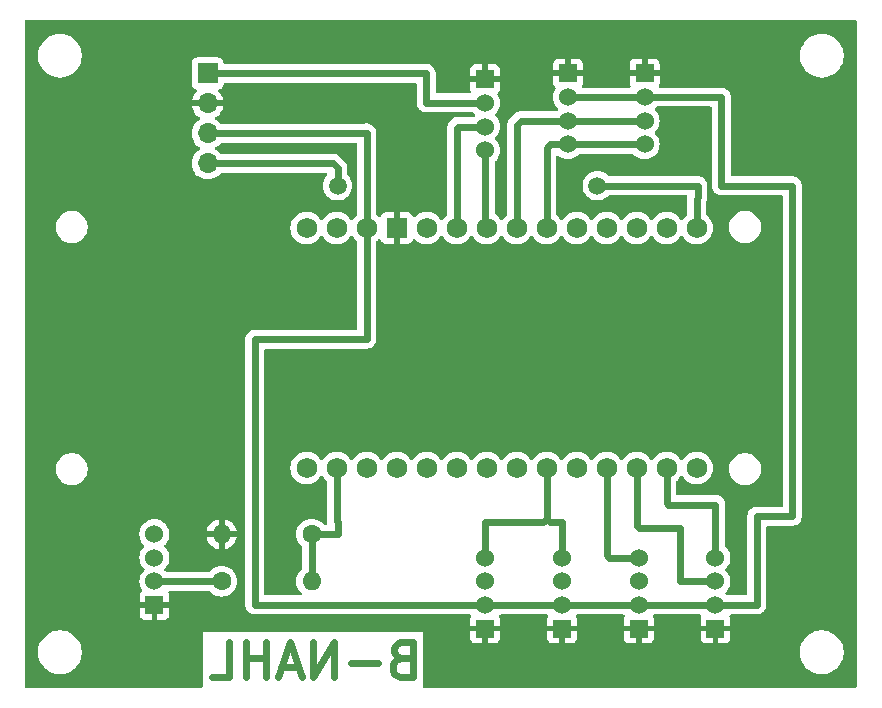
<source format=gbl>
%TF.GenerationSoftware,KiCad,Pcbnew,8.0.8*%
%TF.CreationDate,2025-03-17T11:11:02+01:00*%
%TF.ProjectId,b_nahl_v1,625f6e61-686c-45f7-9631-2e6b69636164,rev?*%
%TF.SameCoordinates,Original*%
%TF.FileFunction,Copper,L2,Bot*%
%TF.FilePolarity,Positive*%
%FSLAX46Y46*%
G04 Gerber Fmt 4.6, Leading zero omitted, Abs format (unit mm)*
G04 Created by KiCad (PCBNEW 8.0.8) date 2025-03-17 11:11:02*
%MOMM*%
%LPD*%
G01*
G04 APERTURE LIST*
%ADD10C,0.600000*%
%TA.AperFunction,NonConductor*%
%ADD11C,0.600000*%
%TD*%
%TA.AperFunction,ComponentPad*%
%ADD12R,1.524000X1.524000*%
%TD*%
%TA.AperFunction,ComponentPad*%
%ADD13C,1.524000*%
%TD*%
%TA.AperFunction,ComponentPad*%
%ADD14R,1.700000X1.700000*%
%TD*%
%TA.AperFunction,ComponentPad*%
%ADD15O,1.700000X1.700000*%
%TD*%
%TA.AperFunction,ComponentPad*%
%ADD16C,1.727200*%
%TD*%
%TA.AperFunction,ComponentPad*%
%ADD17R,1.727200X1.727200*%
%TD*%
%TA.AperFunction,ComponentPad*%
%ADD18C,1.600000*%
%TD*%
%TA.AperFunction,ComponentPad*%
%ADD19O,1.600000X1.600000*%
%TD*%
%TA.AperFunction,ViaPad*%
%ADD20C,1.500000*%
%TD*%
%TA.AperFunction,Conductor*%
%ADD21C,0.600000*%
%TD*%
G04 APERTURE END LIST*
D10*
D11*
X132890978Y-113530228D02*
X132462406Y-113673085D01*
X132462406Y-113673085D02*
X132319549Y-113815942D01*
X132319549Y-113815942D02*
X132176692Y-114101657D01*
X132176692Y-114101657D02*
X132176692Y-114530228D01*
X132176692Y-114530228D02*
X132319549Y-114815942D01*
X132319549Y-114815942D02*
X132462406Y-114958800D01*
X132462406Y-114958800D02*
X132748121Y-115101657D01*
X132748121Y-115101657D02*
X133890978Y-115101657D01*
X133890978Y-115101657D02*
X133890978Y-112101657D01*
X133890978Y-112101657D02*
X132890978Y-112101657D01*
X132890978Y-112101657D02*
X132605264Y-112244514D01*
X132605264Y-112244514D02*
X132462406Y-112387371D01*
X132462406Y-112387371D02*
X132319549Y-112673085D01*
X132319549Y-112673085D02*
X132319549Y-112958800D01*
X132319549Y-112958800D02*
X132462406Y-113244514D01*
X132462406Y-113244514D02*
X132605264Y-113387371D01*
X132605264Y-113387371D02*
X132890978Y-113530228D01*
X132890978Y-113530228D02*
X133890978Y-113530228D01*
X130890978Y-113958800D02*
X128605264Y-113958800D01*
X127176692Y-115101657D02*
X127176692Y-112101657D01*
X127176692Y-112101657D02*
X125462406Y-115101657D01*
X125462406Y-115101657D02*
X125462406Y-112101657D01*
X124176692Y-114244514D02*
X122748121Y-114244514D01*
X124462406Y-115101657D02*
X123462406Y-112101657D01*
X123462406Y-112101657D02*
X122462406Y-115101657D01*
X121462406Y-115101657D02*
X121462406Y-112101657D01*
X121462406Y-113530228D02*
X119748120Y-113530228D01*
X119748120Y-115101657D02*
X119748120Y-112101657D01*
X116890977Y-115101657D02*
X118319549Y-115101657D01*
X118319549Y-115101657D02*
X118319549Y-112101657D01*
D12*
%TO.P,DHT22,1,1*%
%TO.N,GND*%
X153000000Y-111000000D03*
D13*
%TO.P,DHT22,2,2*%
%TO.N,VCC 3V3*%
X153000000Y-109000000D03*
%TO.P,DHT22,3,3*%
%TO.N,unconnected-(DHT22-Pad3)*%
X153000000Y-107000000D03*
%TO.P,DHT22,4,4*%
%TO.N,D2*%
X153000000Y-105000000D03*
%TD*%
D14*
%TO.P,S7V8F3,1,Pin_1*%
%TO.N,VOUT*%
X116500000Y-64000000D03*
D15*
%TO.P,S7V8F3,2,Pin_2*%
%TO.N,GND*%
X116500000Y-66540000D03*
%TO.P,S7V8F3,3,Pin_3*%
%TO.N,VCC 3V3*%
X116500000Y-69080000D03*
%TO.P,S7V8F3,4,Pin_4*%
%TO.N,SHDN*%
X116500000Y-71620000D03*
%TD*%
D16*
%TO.P,A1,3V3,3.3V*%
%TO.N,VCC 3V3*%
X129964800Y-77090000D03*
%TO.P,A1,5V,5V*%
%TO.N,unconnected-(A1-Pad5V)*%
X124884800Y-77090000D03*
%TO.P,A1,A0,A0/DAC*%
%TO.N,ADC*%
X127424800Y-97410000D03*
%TO.P,A1,A1,A1*%
%TO.N,unconnected-(A1-PadA1)*%
X129964800Y-97410000D03*
%TO.P,A1,A2,A2*%
%TO.N,unconnected-(A1-PadA2)*%
X132504800Y-97410000D03*
%TO.P,A1,A3,A3*%
%TO.N,unconnected-(A1-PadA3)*%
X135044800Y-97410000D03*
%TO.P,A1,A4,A4*%
%TO.N,unconnected-(A1-PadA4)*%
X137584800Y-97410000D03*
%TO.P,A1,A5,A5*%
%TO.N,unconnected-(A1-PadA5)*%
X140124800Y-97410000D03*
%TO.P,A1,A6,A6*%
%TO.N,unconnected-(A1-PadA6)*%
X142664800Y-97410000D03*
%TO.P,A1,AREF,AREF*%
%TO.N,unconnected-(A1-PadAREF)*%
X124884800Y-97410000D03*
%TO.P,A1,D0,D0*%
%TO.N,D0*%
X145204800Y-97410000D03*
%TO.P,A1,D1,D1*%
%TO.N,unconnected-(A1-PadD1)*%
X147744800Y-97410000D03*
%TO.P,A1,D2,D2*%
%TO.N,D2*%
X150284800Y-97410000D03*
%TO.P,A1,D3,D3*%
%TO.N,Cout*%
X152824800Y-97410000D03*
%TO.P,A1,D4,D4*%
%TO.N,SCK*%
X155364800Y-97410000D03*
%TO.P,A1,D5,D5*%
%TO.N,unconnected-(A1-PadD5)*%
X157904800Y-97410000D03*
%TO.P,A1,D6,D6*%
%TO.N,SHDN*%
X157904800Y-77090000D03*
%TO.P,A1,D7,D7*%
%TO.N,unconnected-(A1-PadD7)*%
X155364800Y-77090000D03*
%TO.P,A1,D8,D8_MOSI*%
%TO.N,unconnected-(A1-D8_MOSI-PadD8)*%
X152824800Y-77090000D03*
%TO.P,A1,D9,D9_SCK*%
%TO.N,unconnected-(A1-D9_SCK-PadD9)*%
X150284800Y-77090000D03*
%TO.P,A1,D10,D10_MISO*%
%TO.N,unconnected-(A1-D10_MISO-PadD10)*%
X147744800Y-77090000D03*
%TO.P,A1,D11,D11/SDA*%
%TO.N,SCL*%
X145204800Y-77090000D03*
%TO.P,A1,D12,D12/SCL*%
%TO.N,SDA*%
X142664800Y-77090000D03*
%TO.P,A1,D13,D13/RX*%
%TO.N,RX*%
X140124800Y-77090000D03*
%TO.P,A1,D14,D14/TX*%
%TO.N,TX*%
X137584800Y-77090000D03*
D17*
%TO.P,A1,GND,GND*%
%TO.N,GND*%
X132504800Y-77090000D03*
D16*
%TO.P,A1,RST,RESET*%
%TO.N,unconnected-(A1-RESET-PadRST)*%
X135044800Y-77090000D03*
%TO.P,A1,VIN,VIN*%
%TO.N,unconnected-(A1-PadVIN)*%
X127424800Y-77090000D03*
%TD*%
D12*
%TO.P,TSL2561,1,1*%
%TO.N,GND*%
X153500000Y-64000000D03*
D13*
%TO.P,TSL2561,2,2*%
%TO.N,VCC 3V3*%
X153500000Y-66000000D03*
%TO.P,TSL2561,3,3*%
%TO.N,SDA*%
X153500000Y-68000000D03*
%TO.P,TSL2561,4,4*%
%TO.N,SCL*%
X153500000Y-70000000D03*
%TD*%
D12*
%TO.P,SHT20,1,1*%
%TO.N,GND*%
X147000000Y-64000000D03*
D13*
%TO.P,SHT20,2,2*%
%TO.N,VCC 3V3*%
X147000000Y-66000000D03*
%TO.P,SHT20,3,3*%
%TO.N,SDA*%
X147000000Y-68000000D03*
%TO.P,SHT20,4,4*%
%TO.N,SCL*%
X147000000Y-70000000D03*
%TD*%
D12*
%TO.P,Nano_33_BLE1,1,1*%
%TO.N,GND*%
X140000000Y-64500000D03*
D13*
%TO.P,Nano_33_BLE1,2,2*%
%TO.N,VOUT*%
X140000000Y-66500000D03*
%TO.P,Nano_33_BLE1,3,3*%
%TO.N,TX*%
X140000000Y-68500000D03*
%TO.P,Nano_33_BLE1,4,4*%
%TO.N,RX*%
X140000000Y-70500000D03*
%TD*%
D12*
%TO.P,DS18B20,1,1*%
%TO.N,GND*%
X140000000Y-111000000D03*
D13*
%TO.P,DS18B20,2,2*%
%TO.N,VCC 3V3*%
X140000000Y-109000000D03*
%TO.P,DS18B20,3,3*%
%TO.N,unconnected-(DS18B20-Pad3)*%
X140000000Y-107000000D03*
%TO.P,DS18B20,4,4*%
%TO.N,D0*%
X140000000Y-105000000D03*
%TD*%
D12*
%TO.P,Entree1,1,1*%
%TO.N,GND*%
X112000000Y-109000000D03*
D13*
%TO.P,Entree1,2,2*%
%TO.N,Ve*%
X112000000Y-107000000D03*
%TO.P,Entree1,3,3*%
%TO.N,unconnected-(Entree1-Pad3)*%
X112000000Y-105000000D03*
%TO.P,Entree1,4,4*%
%TO.N,unconnected-(Entree1-Pad4)*%
X112000000Y-103000000D03*
%TD*%
D18*
%TO.P,R2,1*%
%TO.N,Ve*%
X117690000Y-107000000D03*
D19*
%TO.P,R2,2*%
%TO.N,ADC*%
X125310000Y-107000000D03*
%TD*%
D18*
%TO.P,R1,1*%
%TO.N,ADC*%
X125310000Y-103000000D03*
D19*
%TO.P,R1,2*%
%TO.N,GND*%
X117690000Y-103000000D03*
%TD*%
D12*
%TO.P,HX711,1,1*%
%TO.N,GND*%
X159500000Y-111000000D03*
D13*
%TO.P,HX711,2,2*%
%TO.N,VCC 3V3*%
X159500000Y-109000000D03*
%TO.P,HX711,3,3*%
%TO.N,Cout*%
X159500000Y-107000000D03*
%TO.P,HX711,4,4*%
%TO.N,SCK*%
X159500000Y-105000000D03*
%TD*%
D12*
%TO.P,DS18B21,1,1*%
%TO.N,GND*%
X146500000Y-111000000D03*
D13*
%TO.P,DS18B21,2,2*%
%TO.N,VCC 3V3*%
X146500000Y-109000000D03*
%TO.P,DS18B21,3,3*%
%TO.N,unconnected-(DS18B21-Pad3)*%
X146500000Y-107000000D03*
%TO.P,DS18B21,4,4*%
%TO.N,D0*%
X146500000Y-105000000D03*
%TD*%
D20*
%TO.N,SHDN*%
X149500000Y-73500000D03*
X127500000Y-73500000D03*
%TD*%
D21*
%TO.N,ADC*%
X127424800Y-101924800D02*
X127424800Y-97410000D01*
X127500000Y-102000000D02*
X127424800Y-101924800D01*
X125310000Y-103000000D02*
X127500000Y-103000000D01*
X127500000Y-103000000D02*
X127500000Y-102000000D01*
X125310000Y-107000000D02*
X125310000Y-103000000D01*
%TO.N,SHDN*%
X127120000Y-71620000D02*
X127500000Y-72000000D01*
X116500000Y-71620000D02*
X127120000Y-71620000D01*
X149500000Y-73500000D02*
X158000000Y-73500000D01*
X158000000Y-73500000D02*
X158000000Y-74500000D01*
X157904800Y-74595200D02*
X157904800Y-77090000D01*
X127500000Y-72000000D02*
X127500000Y-73500000D01*
X158000000Y-74500000D02*
X157904800Y-74595200D01*
%TO.N,ADC*%
X127500000Y-97485200D02*
X127424800Y-97410000D01*
%TO.N,RX*%
X140000000Y-70500000D02*
X140000000Y-76965200D01*
X140000000Y-76965200D02*
X140124800Y-77090000D01*
%TO.N,SCK*%
X159500000Y-105000000D02*
X159500000Y-100500000D01*
X159500000Y-100500000D02*
X155500000Y-100500000D01*
X155364800Y-97410000D02*
X155364800Y-100364800D01*
X155500000Y-100500000D02*
X155364800Y-100364800D01*
%TO.N,D0*%
X145204800Y-101704800D02*
X145500000Y-102000000D01*
X144909600Y-102000000D02*
X145204800Y-101704800D01*
X145204800Y-97410000D02*
X145204800Y-101704800D01*
X140000000Y-105000000D02*
X140000000Y-102000000D01*
X146500000Y-102000000D02*
X146500000Y-105000000D01*
X145500000Y-102000000D02*
X146500000Y-102000000D01*
X140000000Y-102000000D02*
X144909600Y-102000000D01*
%TO.N,Cout*%
X156500000Y-102500000D02*
X156500000Y-107000000D01*
X153000000Y-102500000D02*
X156500000Y-102500000D01*
X152824800Y-102324800D02*
X153000000Y-102500000D01*
X156500000Y-107000000D02*
X159500000Y-107000000D01*
X152824800Y-97410000D02*
X152824800Y-102324800D01*
%TO.N,D2*%
X150500000Y-105000000D02*
X153000000Y-105000000D01*
X150284800Y-97410000D02*
X150284800Y-104784800D01*
X150284800Y-104784800D02*
X150500000Y-105000000D01*
%TO.N,VCC 3V3*%
X153000000Y-109000000D02*
X159500000Y-109000000D01*
X129929600Y-86500000D02*
X129964800Y-86464800D01*
X146500000Y-109000000D02*
X153000000Y-109000000D01*
X120500000Y-86500000D02*
X129929600Y-86500000D01*
X160000000Y-66000000D02*
X160000000Y-73500000D01*
X116500000Y-69080000D02*
X129920000Y-69080000D01*
X140000000Y-109000000D02*
X146500000Y-109000000D01*
X153500000Y-66000000D02*
X160000000Y-66000000D01*
X120500000Y-109000000D02*
X120500000Y-86500000D01*
X129920000Y-69080000D02*
X129964800Y-69035200D01*
X129964800Y-69035200D02*
X129964800Y-77090000D01*
X159500000Y-109000000D02*
X163000000Y-109000000D01*
X163000000Y-109000000D02*
X163000000Y-101500000D01*
X147000000Y-66000000D02*
X153500000Y-66000000D01*
X140000000Y-109000000D02*
X120500000Y-109000000D01*
X129964800Y-77090000D02*
X129964800Y-86464800D01*
%TO.N,Ve*%
X112000000Y-107000000D02*
X117690000Y-107000000D01*
%TO.N,TX*%
X140000000Y-68500000D02*
X137669600Y-68500000D01*
X137584800Y-77090000D02*
X137584800Y-68584800D01*
X137669600Y-68500000D02*
X137584800Y-68584800D01*
%TO.N,VOUT*%
X135000000Y-64000000D02*
X135000000Y-66500000D01*
X116500000Y-64000000D02*
X135000000Y-64000000D01*
X135000000Y-66500000D02*
X140000000Y-66500000D01*
%TO.N,SDA*%
X143000000Y-68000000D02*
X147000000Y-68000000D01*
X142664800Y-77090000D02*
X142664800Y-68335200D01*
X142664800Y-68335200D02*
X143000000Y-68000000D01*
X147000000Y-68000000D02*
X153500000Y-68000000D01*
%TO.N,SCL*%
X145500000Y-70000000D02*
X147000000Y-70000000D01*
X145204800Y-70295200D02*
X145500000Y-70000000D01*
X145204800Y-77090000D02*
X145204800Y-70295200D01*
X147000000Y-70000000D02*
X153500000Y-70000000D01*
%TO.N,VCC 3V3*%
X160000000Y-73500000D02*
X166000000Y-73500000D01*
X166000000Y-73500000D02*
X166000000Y-101500000D01*
X166000000Y-101500000D02*
X163000000Y-101500000D01*
%TD*%
%TA.AperFunction,Conductor*%
%TO.N,GND*%
G36*
X159142539Y-66820185D02*
G01*
X159188294Y-66872989D01*
X159199500Y-66924500D01*
X159199500Y-73578846D01*
X159230261Y-73733489D01*
X159230264Y-73733501D01*
X159290602Y-73879172D01*
X159290609Y-73879185D01*
X159378210Y-74010288D01*
X159378213Y-74010292D01*
X159489707Y-74121786D01*
X159489711Y-74121789D01*
X159620814Y-74209390D01*
X159620827Y-74209397D01*
X159766498Y-74269735D01*
X159766503Y-74269737D01*
X159921153Y-74300499D01*
X159921156Y-74300500D01*
X159921158Y-74300500D01*
X165075500Y-74300500D01*
X165142539Y-74320185D01*
X165188294Y-74372989D01*
X165199500Y-74424500D01*
X165199500Y-100575500D01*
X165179815Y-100642539D01*
X165127011Y-100688294D01*
X165075500Y-100699500D01*
X162921155Y-100699500D01*
X162766510Y-100730261D01*
X162766498Y-100730264D01*
X162620827Y-100790602D01*
X162620814Y-100790609D01*
X162489711Y-100878210D01*
X162489707Y-100878213D01*
X162378213Y-100989707D01*
X162378210Y-100989711D01*
X162290609Y-101120814D01*
X162290602Y-101120827D01*
X162230264Y-101266498D01*
X162230261Y-101266510D01*
X162199500Y-101421153D01*
X162199500Y-108075500D01*
X162179815Y-108142539D01*
X162127011Y-108188294D01*
X162075500Y-108199500D01*
X160536308Y-108199500D01*
X160469269Y-108179815D01*
X160448627Y-108163181D01*
X160373127Y-108087681D01*
X160339642Y-108026358D01*
X160344626Y-107956666D01*
X160373127Y-107912319D01*
X160420374Y-107865072D01*
X160470826Y-107814620D01*
X160597534Y-107633662D01*
X160690894Y-107433450D01*
X160748070Y-107220068D01*
X160767323Y-107000000D01*
X160748070Y-106779932D01*
X160690894Y-106566550D01*
X160597534Y-106366339D01*
X160480713Y-106199500D01*
X160470824Y-106185377D01*
X160373127Y-106087680D01*
X160339642Y-106026357D01*
X160344626Y-105956665D01*
X160373123Y-105912322D01*
X160470826Y-105814620D01*
X160597534Y-105633662D01*
X160690894Y-105433450D01*
X160748070Y-105220068D01*
X160767323Y-105000000D01*
X160748070Y-104779932D01*
X160690894Y-104566550D01*
X160597534Y-104366339D01*
X160480713Y-104199500D01*
X160470824Y-104185377D01*
X160336819Y-104051372D01*
X160303334Y-103990049D01*
X160300500Y-103963691D01*
X160300500Y-100421155D01*
X160300499Y-100421153D01*
X160269738Y-100266510D01*
X160269737Y-100266503D01*
X160269735Y-100266498D01*
X160209397Y-100120827D01*
X160209390Y-100120814D01*
X160121789Y-99989711D01*
X160121786Y-99989707D01*
X160010292Y-99878213D01*
X160010288Y-99878210D01*
X159879185Y-99790609D01*
X159879172Y-99790602D01*
X159733501Y-99730264D01*
X159733489Y-99730261D01*
X159578845Y-99699500D01*
X159578842Y-99699500D01*
X156289300Y-99699500D01*
X156222261Y-99679815D01*
X156176506Y-99627011D01*
X156165300Y-99575500D01*
X156165300Y-98576154D01*
X156184985Y-98509115D01*
X156213134Y-98478303D01*
X156291846Y-98417040D01*
X156444956Y-98250719D01*
X156530993Y-98119028D01*
X156584138Y-98073675D01*
X156653369Y-98064251D01*
X156716705Y-98093753D01*
X156738604Y-98119025D01*
X156824644Y-98250719D01*
X156824649Y-98250724D01*
X156824650Y-98250727D01*
X156977750Y-98417036D01*
X156977754Y-98417040D01*
X157156151Y-98555893D01*
X157354969Y-98663488D01*
X157354972Y-98663489D01*
X157568782Y-98736890D01*
X157568784Y-98736890D01*
X157568786Y-98736891D01*
X157791767Y-98774100D01*
X157791768Y-98774100D01*
X158017832Y-98774100D01*
X158017833Y-98774100D01*
X158240814Y-98736891D01*
X158454631Y-98663488D01*
X158653449Y-98555893D01*
X158831846Y-98417040D01*
X158984956Y-98250719D01*
X159108602Y-98061465D01*
X159199411Y-97854441D01*
X159254907Y-97635293D01*
X159273575Y-97410000D01*
X159273575Y-97409993D01*
X159272226Y-97393713D01*
X160649500Y-97393713D01*
X160649500Y-97606287D01*
X160682754Y-97816243D01*
X160695165Y-97854441D01*
X160748444Y-98018414D01*
X160844951Y-98207820D01*
X160969890Y-98379786D01*
X161120213Y-98530109D01*
X161292179Y-98655048D01*
X161292181Y-98655049D01*
X161292184Y-98655051D01*
X161481588Y-98751557D01*
X161683757Y-98817246D01*
X161893713Y-98850500D01*
X161893714Y-98850500D01*
X162106286Y-98850500D01*
X162106287Y-98850500D01*
X162316243Y-98817246D01*
X162518412Y-98751557D01*
X162707816Y-98655051D01*
X162729789Y-98639086D01*
X162879786Y-98530109D01*
X162879788Y-98530106D01*
X162879792Y-98530104D01*
X163030104Y-98379792D01*
X163030106Y-98379788D01*
X163030109Y-98379786D01*
X163155048Y-98207820D01*
X163155047Y-98207820D01*
X163155051Y-98207816D01*
X163251557Y-98018412D01*
X163317246Y-97816243D01*
X163350500Y-97606287D01*
X163350500Y-97393713D01*
X163317246Y-97183757D01*
X163251557Y-96981588D01*
X163155051Y-96792184D01*
X163155049Y-96792181D01*
X163155048Y-96792179D01*
X163030109Y-96620213D01*
X162879786Y-96469890D01*
X162707820Y-96344951D01*
X162518414Y-96248444D01*
X162518413Y-96248443D01*
X162518412Y-96248443D01*
X162316243Y-96182754D01*
X162316241Y-96182753D01*
X162316240Y-96182753D01*
X162150546Y-96156510D01*
X162106287Y-96149500D01*
X161893713Y-96149500D01*
X161849454Y-96156510D01*
X161683760Y-96182753D01*
X161481585Y-96248444D01*
X161292179Y-96344951D01*
X161120213Y-96469890D01*
X160969890Y-96620213D01*
X160844951Y-96792179D01*
X160748444Y-96981585D01*
X160682753Y-97183760D01*
X160682603Y-97184710D01*
X160649500Y-97393713D01*
X159272226Y-97393713D01*
X159254907Y-97184710D01*
X159254907Y-97184707D01*
X159199411Y-96965559D01*
X159108602Y-96758535D01*
X158984956Y-96569281D01*
X158984953Y-96569278D01*
X158984949Y-96569272D01*
X158831849Y-96402963D01*
X158831848Y-96402962D01*
X158831846Y-96402960D01*
X158653449Y-96264107D01*
X158624506Y-96248444D01*
X158454632Y-96156512D01*
X158454627Y-96156510D01*
X158240817Y-96083109D01*
X158073578Y-96055202D01*
X158017833Y-96045900D01*
X157791767Y-96045900D01*
X157747170Y-96053341D01*
X157568782Y-96083109D01*
X157354972Y-96156510D01*
X157354967Y-96156512D01*
X157156152Y-96264106D01*
X156977755Y-96402959D01*
X156977750Y-96402963D01*
X156824650Y-96569272D01*
X156824642Y-96569283D01*
X156738608Y-96700968D01*
X156685462Y-96746325D01*
X156616230Y-96755748D01*
X156552895Y-96726246D01*
X156530992Y-96700968D01*
X156444957Y-96569283D01*
X156444949Y-96569272D01*
X156291849Y-96402963D01*
X156291848Y-96402962D01*
X156291846Y-96402960D01*
X156113449Y-96264107D01*
X156084506Y-96248444D01*
X155914632Y-96156512D01*
X155914627Y-96156510D01*
X155700817Y-96083109D01*
X155533578Y-96055202D01*
X155477833Y-96045900D01*
X155251767Y-96045900D01*
X155207170Y-96053341D01*
X155028782Y-96083109D01*
X154814972Y-96156510D01*
X154814967Y-96156512D01*
X154616152Y-96264106D01*
X154437755Y-96402959D01*
X154437750Y-96402963D01*
X154284650Y-96569272D01*
X154284642Y-96569283D01*
X154198608Y-96700968D01*
X154145462Y-96746325D01*
X154076230Y-96755748D01*
X154012895Y-96726246D01*
X153990992Y-96700968D01*
X153904957Y-96569283D01*
X153904949Y-96569272D01*
X153751849Y-96402963D01*
X153751848Y-96402962D01*
X153751846Y-96402960D01*
X153573449Y-96264107D01*
X153544506Y-96248444D01*
X153374632Y-96156512D01*
X153374627Y-96156510D01*
X153160817Y-96083109D01*
X152993578Y-96055202D01*
X152937833Y-96045900D01*
X152711767Y-96045900D01*
X152667170Y-96053341D01*
X152488782Y-96083109D01*
X152274972Y-96156510D01*
X152274967Y-96156512D01*
X152076152Y-96264106D01*
X151897755Y-96402959D01*
X151897750Y-96402963D01*
X151744650Y-96569272D01*
X151744642Y-96569283D01*
X151658608Y-96700968D01*
X151605462Y-96746325D01*
X151536230Y-96755748D01*
X151472895Y-96726246D01*
X151450992Y-96700968D01*
X151364957Y-96569283D01*
X151364949Y-96569272D01*
X151211849Y-96402963D01*
X151211848Y-96402962D01*
X151211846Y-96402960D01*
X151033449Y-96264107D01*
X151004506Y-96248444D01*
X150834632Y-96156512D01*
X150834627Y-96156510D01*
X150620817Y-96083109D01*
X150453578Y-96055202D01*
X150397833Y-96045900D01*
X150171767Y-96045900D01*
X150127170Y-96053341D01*
X149948782Y-96083109D01*
X149734972Y-96156510D01*
X149734967Y-96156512D01*
X149536152Y-96264106D01*
X149357755Y-96402959D01*
X149357750Y-96402963D01*
X149204650Y-96569272D01*
X149204642Y-96569283D01*
X149118608Y-96700968D01*
X149065462Y-96746325D01*
X148996230Y-96755748D01*
X148932895Y-96726246D01*
X148910992Y-96700968D01*
X148824957Y-96569283D01*
X148824949Y-96569272D01*
X148671849Y-96402963D01*
X148671848Y-96402962D01*
X148671846Y-96402960D01*
X148493449Y-96264107D01*
X148464506Y-96248444D01*
X148294632Y-96156512D01*
X148294627Y-96156510D01*
X148080817Y-96083109D01*
X147913578Y-96055202D01*
X147857833Y-96045900D01*
X147631767Y-96045900D01*
X147587170Y-96053341D01*
X147408782Y-96083109D01*
X147194972Y-96156510D01*
X147194967Y-96156512D01*
X146996152Y-96264106D01*
X146817755Y-96402959D01*
X146817750Y-96402963D01*
X146664650Y-96569272D01*
X146664642Y-96569283D01*
X146578608Y-96700968D01*
X146525462Y-96746325D01*
X146456230Y-96755748D01*
X146392895Y-96726246D01*
X146370992Y-96700968D01*
X146284957Y-96569283D01*
X146284949Y-96569272D01*
X146131849Y-96402963D01*
X146131848Y-96402962D01*
X146131846Y-96402960D01*
X145953449Y-96264107D01*
X145924506Y-96248444D01*
X145754632Y-96156512D01*
X145754627Y-96156510D01*
X145540817Y-96083109D01*
X145373578Y-96055202D01*
X145317833Y-96045900D01*
X145091767Y-96045900D01*
X145047170Y-96053341D01*
X144868782Y-96083109D01*
X144654972Y-96156510D01*
X144654967Y-96156512D01*
X144456152Y-96264106D01*
X144277755Y-96402959D01*
X144277750Y-96402963D01*
X144124650Y-96569272D01*
X144124642Y-96569283D01*
X144038608Y-96700968D01*
X143985462Y-96746325D01*
X143916230Y-96755748D01*
X143852895Y-96726246D01*
X143830992Y-96700968D01*
X143744957Y-96569283D01*
X143744949Y-96569272D01*
X143591849Y-96402963D01*
X143591848Y-96402962D01*
X143591846Y-96402960D01*
X143413449Y-96264107D01*
X143384506Y-96248444D01*
X143214632Y-96156512D01*
X143214627Y-96156510D01*
X143000817Y-96083109D01*
X142833578Y-96055202D01*
X142777833Y-96045900D01*
X142551767Y-96045900D01*
X142507170Y-96053341D01*
X142328782Y-96083109D01*
X142114972Y-96156510D01*
X142114967Y-96156512D01*
X141916152Y-96264106D01*
X141737755Y-96402959D01*
X141737750Y-96402963D01*
X141584650Y-96569272D01*
X141584642Y-96569283D01*
X141498608Y-96700968D01*
X141445462Y-96746325D01*
X141376230Y-96755748D01*
X141312895Y-96726246D01*
X141290992Y-96700968D01*
X141204957Y-96569283D01*
X141204949Y-96569272D01*
X141051849Y-96402963D01*
X141051848Y-96402962D01*
X141051846Y-96402960D01*
X140873449Y-96264107D01*
X140844506Y-96248444D01*
X140674632Y-96156512D01*
X140674627Y-96156510D01*
X140460817Y-96083109D01*
X140293578Y-96055202D01*
X140237833Y-96045900D01*
X140011767Y-96045900D01*
X139967170Y-96053341D01*
X139788782Y-96083109D01*
X139574972Y-96156510D01*
X139574967Y-96156512D01*
X139376152Y-96264106D01*
X139197755Y-96402959D01*
X139197750Y-96402963D01*
X139044650Y-96569272D01*
X139044642Y-96569283D01*
X138958608Y-96700968D01*
X138905462Y-96746325D01*
X138836230Y-96755748D01*
X138772895Y-96726246D01*
X138750992Y-96700968D01*
X138664957Y-96569283D01*
X138664949Y-96569272D01*
X138511849Y-96402963D01*
X138511848Y-96402962D01*
X138511846Y-96402960D01*
X138333449Y-96264107D01*
X138304506Y-96248444D01*
X138134632Y-96156512D01*
X138134627Y-96156510D01*
X137920817Y-96083109D01*
X137753578Y-96055202D01*
X137697833Y-96045900D01*
X137471767Y-96045900D01*
X137427170Y-96053341D01*
X137248782Y-96083109D01*
X137034972Y-96156510D01*
X137034967Y-96156512D01*
X136836152Y-96264106D01*
X136657755Y-96402959D01*
X136657750Y-96402963D01*
X136504650Y-96569272D01*
X136504642Y-96569283D01*
X136418608Y-96700968D01*
X136365462Y-96746325D01*
X136296230Y-96755748D01*
X136232895Y-96726246D01*
X136210992Y-96700968D01*
X136124957Y-96569283D01*
X136124949Y-96569272D01*
X135971849Y-96402963D01*
X135971848Y-96402962D01*
X135971846Y-96402960D01*
X135793449Y-96264107D01*
X135764506Y-96248444D01*
X135594632Y-96156512D01*
X135594627Y-96156510D01*
X135380817Y-96083109D01*
X135213578Y-96055202D01*
X135157833Y-96045900D01*
X134931767Y-96045900D01*
X134887170Y-96053341D01*
X134708782Y-96083109D01*
X134494972Y-96156510D01*
X134494967Y-96156512D01*
X134296152Y-96264106D01*
X134117755Y-96402959D01*
X134117750Y-96402963D01*
X133964650Y-96569272D01*
X133964642Y-96569283D01*
X133878608Y-96700968D01*
X133825462Y-96746325D01*
X133756230Y-96755748D01*
X133692895Y-96726246D01*
X133670992Y-96700968D01*
X133584957Y-96569283D01*
X133584949Y-96569272D01*
X133431849Y-96402963D01*
X133431848Y-96402962D01*
X133431846Y-96402960D01*
X133253449Y-96264107D01*
X133224506Y-96248444D01*
X133054632Y-96156512D01*
X133054627Y-96156510D01*
X132840817Y-96083109D01*
X132673578Y-96055202D01*
X132617833Y-96045900D01*
X132391767Y-96045900D01*
X132347170Y-96053341D01*
X132168782Y-96083109D01*
X131954972Y-96156510D01*
X131954967Y-96156512D01*
X131756152Y-96264106D01*
X131577755Y-96402959D01*
X131577750Y-96402963D01*
X131424650Y-96569272D01*
X131424642Y-96569283D01*
X131338608Y-96700968D01*
X131285462Y-96746325D01*
X131216230Y-96755748D01*
X131152895Y-96726246D01*
X131130992Y-96700968D01*
X131044957Y-96569283D01*
X131044949Y-96569272D01*
X130891849Y-96402963D01*
X130891848Y-96402962D01*
X130891846Y-96402960D01*
X130713449Y-96264107D01*
X130684506Y-96248444D01*
X130514632Y-96156512D01*
X130514627Y-96156510D01*
X130300817Y-96083109D01*
X130133578Y-96055202D01*
X130077833Y-96045900D01*
X129851767Y-96045900D01*
X129807170Y-96053341D01*
X129628782Y-96083109D01*
X129414972Y-96156510D01*
X129414967Y-96156512D01*
X129216152Y-96264106D01*
X129037755Y-96402959D01*
X129037750Y-96402963D01*
X128884650Y-96569272D01*
X128884642Y-96569283D01*
X128798608Y-96700968D01*
X128745462Y-96746325D01*
X128676230Y-96755748D01*
X128612895Y-96726246D01*
X128590992Y-96700968D01*
X128504957Y-96569283D01*
X128504949Y-96569272D01*
X128351849Y-96402963D01*
X128351848Y-96402962D01*
X128351846Y-96402960D01*
X128173449Y-96264107D01*
X128144506Y-96248444D01*
X127974632Y-96156512D01*
X127974627Y-96156510D01*
X127760817Y-96083109D01*
X127593578Y-96055202D01*
X127537833Y-96045900D01*
X127311767Y-96045900D01*
X127267170Y-96053341D01*
X127088782Y-96083109D01*
X126874972Y-96156510D01*
X126874967Y-96156512D01*
X126676152Y-96264106D01*
X126497755Y-96402959D01*
X126497750Y-96402963D01*
X126344650Y-96569272D01*
X126344642Y-96569283D01*
X126258608Y-96700968D01*
X126205462Y-96746325D01*
X126136230Y-96755748D01*
X126072895Y-96726246D01*
X126050992Y-96700968D01*
X125964957Y-96569283D01*
X125964949Y-96569272D01*
X125811849Y-96402963D01*
X125811848Y-96402962D01*
X125811846Y-96402960D01*
X125633449Y-96264107D01*
X125604506Y-96248444D01*
X125434632Y-96156512D01*
X125434627Y-96156510D01*
X125220817Y-96083109D01*
X125053578Y-96055202D01*
X124997833Y-96045900D01*
X124771767Y-96045900D01*
X124727170Y-96053341D01*
X124548782Y-96083109D01*
X124334972Y-96156510D01*
X124334967Y-96156512D01*
X124136152Y-96264106D01*
X123957755Y-96402959D01*
X123957750Y-96402963D01*
X123804650Y-96569272D01*
X123804642Y-96569283D01*
X123680998Y-96758533D01*
X123590188Y-96965560D01*
X123534692Y-97184710D01*
X123516025Y-97409993D01*
X123516025Y-97410006D01*
X123534692Y-97635289D01*
X123590188Y-97854439D01*
X123680998Y-98061466D01*
X123804642Y-98250716D01*
X123804650Y-98250727D01*
X123957750Y-98417036D01*
X123957754Y-98417040D01*
X124136151Y-98555893D01*
X124334969Y-98663488D01*
X124334972Y-98663489D01*
X124548782Y-98736890D01*
X124548784Y-98736890D01*
X124548786Y-98736891D01*
X124771767Y-98774100D01*
X124771768Y-98774100D01*
X124997832Y-98774100D01*
X124997833Y-98774100D01*
X125220814Y-98736891D01*
X125434631Y-98663488D01*
X125633449Y-98555893D01*
X125811846Y-98417040D01*
X125964956Y-98250719D01*
X126050993Y-98119028D01*
X126104138Y-98073675D01*
X126173369Y-98064251D01*
X126236705Y-98093753D01*
X126258604Y-98119025D01*
X126344644Y-98250719D01*
X126344649Y-98250724D01*
X126344650Y-98250727D01*
X126497750Y-98417036D01*
X126497754Y-98417040D01*
X126576463Y-98478302D01*
X126617275Y-98535010D01*
X126624300Y-98576154D01*
X126624300Y-101845958D01*
X126624300Y-102003642D01*
X126624300Y-102003644D01*
X126624299Y-102003644D01*
X126633781Y-102051308D01*
X126627554Y-102120900D01*
X126584691Y-102176077D01*
X126518801Y-102199322D01*
X126512164Y-102199500D01*
X126400049Y-102199500D01*
X126333010Y-102179815D01*
X126312368Y-102163181D01*
X126149141Y-101999954D01*
X125962734Y-101869432D01*
X125962732Y-101869431D01*
X125756497Y-101773261D01*
X125756488Y-101773258D01*
X125536697Y-101714366D01*
X125536693Y-101714365D01*
X125536692Y-101714365D01*
X125536691Y-101714364D01*
X125536686Y-101714364D01*
X125310002Y-101694532D01*
X125309998Y-101694532D01*
X125083313Y-101714364D01*
X125083302Y-101714366D01*
X124863511Y-101773258D01*
X124863502Y-101773261D01*
X124657267Y-101869431D01*
X124657265Y-101869432D01*
X124470858Y-101999954D01*
X124309954Y-102160858D01*
X124179432Y-102347265D01*
X124179431Y-102347267D01*
X124083261Y-102553502D01*
X124083258Y-102553511D01*
X124024366Y-102773302D01*
X124024364Y-102773313D01*
X124004532Y-102999998D01*
X124004532Y-103000001D01*
X124024364Y-103226686D01*
X124024366Y-103226697D01*
X124083258Y-103446488D01*
X124083261Y-103446497D01*
X124179431Y-103652732D01*
X124179432Y-103652734D01*
X124309954Y-103839141D01*
X124473181Y-104002368D01*
X124506666Y-104063691D01*
X124509500Y-104090049D01*
X124509500Y-105909951D01*
X124489815Y-105976990D01*
X124473181Y-105997632D01*
X124309954Y-106160858D01*
X124179432Y-106347265D01*
X124179431Y-106347267D01*
X124083261Y-106553502D01*
X124083258Y-106553511D01*
X124024366Y-106773302D01*
X124024364Y-106773313D01*
X124004532Y-106999998D01*
X124004532Y-107000001D01*
X124024364Y-107226686D01*
X124024366Y-107226697D01*
X124083258Y-107446488D01*
X124083261Y-107446497D01*
X124179431Y-107652732D01*
X124179432Y-107652734D01*
X124309954Y-107839141D01*
X124458632Y-107987819D01*
X124492117Y-108049142D01*
X124487133Y-108118834D01*
X124445261Y-108174767D01*
X124379797Y-108199184D01*
X124370951Y-108199500D01*
X121424500Y-108199500D01*
X121357461Y-108179815D01*
X121311706Y-108127011D01*
X121300500Y-108075500D01*
X121300500Y-87424500D01*
X121320185Y-87357461D01*
X121372989Y-87311706D01*
X121424500Y-87300500D01*
X130008444Y-87300500D01*
X130008445Y-87300499D01*
X130163097Y-87269737D01*
X130308779Y-87209394D01*
X130439889Y-87121789D01*
X130475089Y-87086589D01*
X130551389Y-87010289D01*
X130586589Y-86975089D01*
X130674194Y-86843979D01*
X130734537Y-86698297D01*
X130765300Y-86543642D01*
X130765300Y-78256154D01*
X130784985Y-78189115D01*
X130813134Y-78158303D01*
X130891846Y-78097040D01*
X130946615Y-78037545D01*
X131006499Y-78001557D01*
X131076337Y-78003657D01*
X131133953Y-78043180D01*
X131154024Y-78078196D01*
X131197846Y-78195688D01*
X131197849Y-78195693D01*
X131284009Y-78310787D01*
X131284012Y-78310790D01*
X131399106Y-78396950D01*
X131399113Y-78396954D01*
X131533820Y-78447196D01*
X131533827Y-78447198D01*
X131593355Y-78453599D01*
X131593372Y-78453600D01*
X132254800Y-78453600D01*
X132254800Y-77532251D01*
X132308719Y-77563381D01*
X132437920Y-77598000D01*
X132571680Y-77598000D01*
X132700881Y-77563381D01*
X132754800Y-77532251D01*
X132754800Y-78453600D01*
X133416228Y-78453600D01*
X133416244Y-78453599D01*
X133475772Y-78447198D01*
X133475779Y-78447196D01*
X133610486Y-78396954D01*
X133610493Y-78396950D01*
X133725587Y-78310790D01*
X133725590Y-78310787D01*
X133811750Y-78195693D01*
X133811754Y-78195686D01*
X133855575Y-78078197D01*
X133897446Y-78022263D01*
X133962910Y-77997846D01*
X134031183Y-78012698D01*
X134062986Y-78037547D01*
X134117750Y-78097036D01*
X134117754Y-78097040D01*
X134296151Y-78235893D01*
X134494969Y-78343488D01*
X134494972Y-78343489D01*
X134708782Y-78416890D01*
X134708784Y-78416890D01*
X134708786Y-78416891D01*
X134931767Y-78454100D01*
X134931768Y-78454100D01*
X135157832Y-78454100D01*
X135157833Y-78454100D01*
X135380814Y-78416891D01*
X135594631Y-78343488D01*
X135793449Y-78235893D01*
X135971846Y-78097040D01*
X136124956Y-77930719D01*
X136210993Y-77799028D01*
X136264138Y-77753675D01*
X136333369Y-77744251D01*
X136396705Y-77773753D01*
X136418604Y-77799025D01*
X136504644Y-77930719D01*
X136504649Y-77930724D01*
X136504650Y-77930727D01*
X136657750Y-78097036D01*
X136657754Y-78097040D01*
X136836151Y-78235893D01*
X137034969Y-78343488D01*
X137034972Y-78343489D01*
X137248782Y-78416890D01*
X137248784Y-78416890D01*
X137248786Y-78416891D01*
X137471767Y-78454100D01*
X137471768Y-78454100D01*
X137697832Y-78454100D01*
X137697833Y-78454100D01*
X137920814Y-78416891D01*
X138134631Y-78343488D01*
X138333449Y-78235893D01*
X138511846Y-78097040D01*
X138664956Y-77930719D01*
X138750993Y-77799028D01*
X138804138Y-77753675D01*
X138873369Y-77744251D01*
X138936705Y-77773753D01*
X138958604Y-77799025D01*
X139044644Y-77930719D01*
X139044649Y-77930724D01*
X139044650Y-77930727D01*
X139197750Y-78097036D01*
X139197754Y-78097040D01*
X139376151Y-78235893D01*
X139574969Y-78343488D01*
X139574972Y-78343489D01*
X139788782Y-78416890D01*
X139788784Y-78416890D01*
X139788786Y-78416891D01*
X140011767Y-78454100D01*
X140011768Y-78454100D01*
X140237832Y-78454100D01*
X140237833Y-78454100D01*
X140460814Y-78416891D01*
X140674631Y-78343488D01*
X140873449Y-78235893D01*
X141051846Y-78097040D01*
X141204956Y-77930719D01*
X141290993Y-77799028D01*
X141344138Y-77753675D01*
X141413369Y-77744251D01*
X141476705Y-77773753D01*
X141498604Y-77799025D01*
X141584644Y-77930719D01*
X141584649Y-77930724D01*
X141584650Y-77930727D01*
X141737750Y-78097036D01*
X141737754Y-78097040D01*
X141916151Y-78235893D01*
X142114969Y-78343488D01*
X142114972Y-78343489D01*
X142328782Y-78416890D01*
X142328784Y-78416890D01*
X142328786Y-78416891D01*
X142551767Y-78454100D01*
X142551768Y-78454100D01*
X142777832Y-78454100D01*
X142777833Y-78454100D01*
X143000814Y-78416891D01*
X143214631Y-78343488D01*
X143413449Y-78235893D01*
X143591846Y-78097040D01*
X143744956Y-77930719D01*
X143830993Y-77799028D01*
X143884138Y-77753675D01*
X143953369Y-77744251D01*
X144016705Y-77773753D01*
X144038604Y-77799025D01*
X144124644Y-77930719D01*
X144124649Y-77930724D01*
X144124650Y-77930727D01*
X144277750Y-78097036D01*
X144277754Y-78097040D01*
X144456151Y-78235893D01*
X144654969Y-78343488D01*
X144654972Y-78343489D01*
X144868782Y-78416890D01*
X144868784Y-78416890D01*
X144868786Y-78416891D01*
X145091767Y-78454100D01*
X145091768Y-78454100D01*
X145317832Y-78454100D01*
X145317833Y-78454100D01*
X145540814Y-78416891D01*
X145754631Y-78343488D01*
X145953449Y-78235893D01*
X146131846Y-78097040D01*
X146284956Y-77930719D01*
X146370993Y-77799028D01*
X146424138Y-77753675D01*
X146493369Y-77744251D01*
X146556705Y-77773753D01*
X146578604Y-77799025D01*
X146664644Y-77930719D01*
X146664649Y-77930724D01*
X146664650Y-77930727D01*
X146817750Y-78097036D01*
X146817754Y-78097040D01*
X146996151Y-78235893D01*
X147194969Y-78343488D01*
X147194972Y-78343489D01*
X147408782Y-78416890D01*
X147408784Y-78416890D01*
X147408786Y-78416891D01*
X147631767Y-78454100D01*
X147631768Y-78454100D01*
X147857832Y-78454100D01*
X147857833Y-78454100D01*
X148080814Y-78416891D01*
X148294631Y-78343488D01*
X148493449Y-78235893D01*
X148671846Y-78097040D01*
X148824956Y-77930719D01*
X148910993Y-77799028D01*
X148964138Y-77753675D01*
X149033369Y-77744251D01*
X149096705Y-77773753D01*
X149118604Y-77799025D01*
X149204644Y-77930719D01*
X149204649Y-77930724D01*
X149204650Y-77930727D01*
X149357750Y-78097036D01*
X149357754Y-78097040D01*
X149536151Y-78235893D01*
X149734969Y-78343488D01*
X149734972Y-78343489D01*
X149948782Y-78416890D01*
X149948784Y-78416890D01*
X149948786Y-78416891D01*
X150171767Y-78454100D01*
X150171768Y-78454100D01*
X150397832Y-78454100D01*
X150397833Y-78454100D01*
X150620814Y-78416891D01*
X150834631Y-78343488D01*
X151033449Y-78235893D01*
X151211846Y-78097040D01*
X151364956Y-77930719D01*
X151450993Y-77799028D01*
X151504138Y-77753675D01*
X151573369Y-77744251D01*
X151636705Y-77773753D01*
X151658604Y-77799025D01*
X151744644Y-77930719D01*
X151744649Y-77930724D01*
X151744650Y-77930727D01*
X151897750Y-78097036D01*
X151897754Y-78097040D01*
X152076151Y-78235893D01*
X152274969Y-78343488D01*
X152274972Y-78343489D01*
X152488782Y-78416890D01*
X152488784Y-78416890D01*
X152488786Y-78416891D01*
X152711767Y-78454100D01*
X152711768Y-78454100D01*
X152937832Y-78454100D01*
X152937833Y-78454100D01*
X153160814Y-78416891D01*
X153374631Y-78343488D01*
X153573449Y-78235893D01*
X153751846Y-78097040D01*
X153904956Y-77930719D01*
X153990993Y-77799028D01*
X154044138Y-77753675D01*
X154113369Y-77744251D01*
X154176705Y-77773753D01*
X154198604Y-77799025D01*
X154284644Y-77930719D01*
X154284649Y-77930724D01*
X154284650Y-77930727D01*
X154437750Y-78097036D01*
X154437754Y-78097040D01*
X154616151Y-78235893D01*
X154814969Y-78343488D01*
X154814972Y-78343489D01*
X155028782Y-78416890D01*
X155028784Y-78416890D01*
X155028786Y-78416891D01*
X155251767Y-78454100D01*
X155251768Y-78454100D01*
X155477832Y-78454100D01*
X155477833Y-78454100D01*
X155700814Y-78416891D01*
X155914631Y-78343488D01*
X156113449Y-78235893D01*
X156291846Y-78097040D01*
X156444956Y-77930719D01*
X156530993Y-77799028D01*
X156584138Y-77753675D01*
X156653369Y-77744251D01*
X156716705Y-77773753D01*
X156738604Y-77799025D01*
X156824644Y-77930719D01*
X156824649Y-77930724D01*
X156824650Y-77930727D01*
X156977750Y-78097036D01*
X156977754Y-78097040D01*
X157156151Y-78235893D01*
X157354969Y-78343488D01*
X157354972Y-78343489D01*
X157568782Y-78416890D01*
X157568784Y-78416890D01*
X157568786Y-78416891D01*
X157791767Y-78454100D01*
X157791768Y-78454100D01*
X158017832Y-78454100D01*
X158017833Y-78454100D01*
X158240814Y-78416891D01*
X158454631Y-78343488D01*
X158653449Y-78235893D01*
X158831846Y-78097040D01*
X158984956Y-77930719D01*
X159108602Y-77741465D01*
X159199411Y-77534441D01*
X159254907Y-77315293D01*
X159262374Y-77225175D01*
X159273575Y-77090006D01*
X159273575Y-77089993D01*
X159260507Y-76932294D01*
X159257310Y-76893713D01*
X160649500Y-76893713D01*
X160649500Y-77106286D01*
X160682603Y-77315293D01*
X160682754Y-77316243D01*
X160710592Y-77401920D01*
X160748444Y-77518414D01*
X160844951Y-77707820D01*
X160969890Y-77879786D01*
X161120213Y-78030109D01*
X161292179Y-78155048D01*
X161292181Y-78155049D01*
X161292184Y-78155051D01*
X161481588Y-78251557D01*
X161683757Y-78317246D01*
X161893713Y-78350500D01*
X161893714Y-78350500D01*
X162106286Y-78350500D01*
X162106287Y-78350500D01*
X162316243Y-78317246D01*
X162518412Y-78251557D01*
X162707816Y-78155051D01*
X162787662Y-78097040D01*
X162879786Y-78030109D01*
X162879788Y-78030106D01*
X162879792Y-78030104D01*
X163030104Y-77879792D01*
X163030106Y-77879788D01*
X163030109Y-77879786D01*
X163155048Y-77707820D01*
X163155047Y-77707820D01*
X163155051Y-77707816D01*
X163251557Y-77518412D01*
X163317246Y-77316243D01*
X163350500Y-77106287D01*
X163350500Y-76893713D01*
X163317246Y-76683757D01*
X163251557Y-76481588D01*
X163155051Y-76292184D01*
X163155049Y-76292181D01*
X163155048Y-76292179D01*
X163030109Y-76120213D01*
X162879786Y-75969890D01*
X162707820Y-75844951D01*
X162518414Y-75748444D01*
X162518413Y-75748443D01*
X162518412Y-75748443D01*
X162316243Y-75682754D01*
X162316241Y-75682753D01*
X162316240Y-75682753D01*
X162154957Y-75657208D01*
X162106287Y-75649500D01*
X161893713Y-75649500D01*
X161845042Y-75657208D01*
X161683760Y-75682753D01*
X161481585Y-75748444D01*
X161292179Y-75844951D01*
X161120213Y-75969890D01*
X160969890Y-76120213D01*
X160844951Y-76292179D01*
X160748444Y-76481585D01*
X160682753Y-76683760D01*
X160649500Y-76893713D01*
X159257310Y-76893713D01*
X159254907Y-76864707D01*
X159199411Y-76645559D01*
X159108602Y-76438535D01*
X158984956Y-76249281D01*
X158984953Y-76249278D01*
X158984949Y-76249272D01*
X158831849Y-76082963D01*
X158831844Y-76082958D01*
X158753137Y-76021697D01*
X158712324Y-75964986D01*
X158705300Y-75923844D01*
X158705300Y-74913728D01*
X158714739Y-74866276D01*
X158769735Y-74733501D01*
X158769737Y-74733497D01*
X158800500Y-74578842D01*
X158800500Y-73421158D01*
X158800500Y-73421155D01*
X158800499Y-73421153D01*
X158772824Y-73282023D01*
X158769737Y-73266503D01*
X158769735Y-73266498D01*
X158709397Y-73120827D01*
X158709390Y-73120814D01*
X158621789Y-72989711D01*
X158621786Y-72989707D01*
X158510292Y-72878213D01*
X158510288Y-72878210D01*
X158379185Y-72790609D01*
X158379172Y-72790602D01*
X158233501Y-72730264D01*
X158233489Y-72730261D01*
X158078845Y-72699500D01*
X158078842Y-72699500D01*
X150519337Y-72699500D01*
X150452298Y-72679815D01*
X150431656Y-72663181D01*
X150306881Y-72538406D01*
X150306877Y-72538402D01*
X150127639Y-72412898D01*
X150127640Y-72412898D01*
X150127638Y-72412897D01*
X150028484Y-72366661D01*
X149929330Y-72320425D01*
X149929326Y-72320424D01*
X149929322Y-72320422D01*
X149717977Y-72263793D01*
X149500002Y-72244723D01*
X149499998Y-72244723D01*
X149354682Y-72257436D01*
X149282023Y-72263793D01*
X149282020Y-72263793D01*
X149070677Y-72320422D01*
X149070668Y-72320426D01*
X148872361Y-72412898D01*
X148872357Y-72412900D01*
X148693121Y-72538402D01*
X148538402Y-72693121D01*
X148412900Y-72872357D01*
X148412898Y-72872361D01*
X148320426Y-73070668D01*
X148320422Y-73070677D01*
X148263793Y-73282020D01*
X148263793Y-73282024D01*
X148244723Y-73499997D01*
X148244723Y-73500002D01*
X148263793Y-73717975D01*
X148263793Y-73717979D01*
X148320422Y-73929322D01*
X148320424Y-73929326D01*
X148320425Y-73929330D01*
X148358176Y-74010288D01*
X148412897Y-74127638D01*
X148412898Y-74127639D01*
X148538402Y-74306877D01*
X148693123Y-74461598D01*
X148872361Y-74587102D01*
X149070670Y-74679575D01*
X149282023Y-74736207D01*
X149464926Y-74752208D01*
X149499998Y-74755277D01*
X149500000Y-74755277D01*
X149500002Y-74755277D01*
X149528254Y-74752805D01*
X149717977Y-74736207D01*
X149929330Y-74679575D01*
X150127639Y-74587102D01*
X150306877Y-74461598D01*
X150431656Y-74336819D01*
X150492979Y-74303334D01*
X150519337Y-74300500D01*
X156996142Y-74300500D01*
X157063181Y-74320185D01*
X157108936Y-74372989D01*
X157118880Y-74442147D01*
X157117759Y-74448691D01*
X157104300Y-74516353D01*
X157104300Y-75923844D01*
X157084615Y-75990883D01*
X157056463Y-76021697D01*
X156977755Y-76082958D01*
X156977750Y-76082963D01*
X156824650Y-76249272D01*
X156824642Y-76249283D01*
X156738608Y-76380968D01*
X156685462Y-76426325D01*
X156616230Y-76435748D01*
X156552895Y-76406246D01*
X156530992Y-76380968D01*
X156444957Y-76249283D01*
X156444949Y-76249272D01*
X156291849Y-76082963D01*
X156291848Y-76082962D01*
X156291846Y-76082960D01*
X156113449Y-75944107D01*
X156076006Y-75923844D01*
X155914632Y-75836512D01*
X155914627Y-75836510D01*
X155700817Y-75763109D01*
X155519188Y-75732801D01*
X155477833Y-75725900D01*
X155251767Y-75725900D01*
X155210412Y-75732801D01*
X155028782Y-75763109D01*
X154814972Y-75836510D01*
X154814967Y-75836512D01*
X154616152Y-75944106D01*
X154437755Y-76082959D01*
X154437750Y-76082963D01*
X154284650Y-76249272D01*
X154284642Y-76249283D01*
X154198608Y-76380968D01*
X154145462Y-76426325D01*
X154076230Y-76435748D01*
X154012895Y-76406246D01*
X153990992Y-76380968D01*
X153904957Y-76249283D01*
X153904949Y-76249272D01*
X153751849Y-76082963D01*
X153751848Y-76082962D01*
X153751846Y-76082960D01*
X153573449Y-75944107D01*
X153536006Y-75923844D01*
X153374632Y-75836512D01*
X153374627Y-75836510D01*
X153160817Y-75763109D01*
X152979188Y-75732801D01*
X152937833Y-75725900D01*
X152711767Y-75725900D01*
X152670412Y-75732801D01*
X152488782Y-75763109D01*
X152274972Y-75836510D01*
X152274967Y-75836512D01*
X152076152Y-75944106D01*
X151897755Y-76082959D01*
X151897750Y-76082963D01*
X151744650Y-76249272D01*
X151744642Y-76249283D01*
X151658608Y-76380968D01*
X151605462Y-76426325D01*
X151536230Y-76435748D01*
X151472895Y-76406246D01*
X151450992Y-76380968D01*
X151364957Y-76249283D01*
X151364949Y-76249272D01*
X151211849Y-76082963D01*
X151211848Y-76082962D01*
X151211846Y-76082960D01*
X151033449Y-75944107D01*
X150996006Y-75923844D01*
X150834632Y-75836512D01*
X150834627Y-75836510D01*
X150620817Y-75763109D01*
X150439188Y-75732801D01*
X150397833Y-75725900D01*
X150171767Y-75725900D01*
X150130412Y-75732801D01*
X149948782Y-75763109D01*
X149734972Y-75836510D01*
X149734967Y-75836512D01*
X149536152Y-75944106D01*
X149357755Y-76082959D01*
X149357750Y-76082963D01*
X149204650Y-76249272D01*
X149204642Y-76249283D01*
X149118608Y-76380968D01*
X149065462Y-76426325D01*
X148996230Y-76435748D01*
X148932895Y-76406246D01*
X148910992Y-76380968D01*
X148824957Y-76249283D01*
X148824949Y-76249272D01*
X148671849Y-76082963D01*
X148671848Y-76082962D01*
X148671846Y-76082960D01*
X148493449Y-75944107D01*
X148456006Y-75923844D01*
X148294632Y-75836512D01*
X148294627Y-75836510D01*
X148080817Y-75763109D01*
X147899188Y-75732801D01*
X147857833Y-75725900D01*
X147631767Y-75725900D01*
X147590412Y-75732801D01*
X147408782Y-75763109D01*
X147194972Y-75836510D01*
X147194967Y-75836512D01*
X146996152Y-75944106D01*
X146817755Y-76082959D01*
X146817750Y-76082963D01*
X146664650Y-76249272D01*
X146664642Y-76249283D01*
X146578608Y-76380968D01*
X146525462Y-76426325D01*
X146456230Y-76435748D01*
X146392895Y-76406246D01*
X146370992Y-76380968D01*
X146284957Y-76249283D01*
X146284949Y-76249272D01*
X146131849Y-76082963D01*
X146131844Y-76082958D01*
X146053137Y-76021697D01*
X146012324Y-75964986D01*
X146005300Y-75923844D01*
X146005300Y-71082934D01*
X146024985Y-71015895D01*
X146077789Y-70970140D01*
X146146947Y-70960196D01*
X146200421Y-70981357D01*
X146366338Y-71097534D01*
X146566550Y-71190894D01*
X146779932Y-71248070D01*
X146937123Y-71261822D01*
X146999998Y-71267323D01*
X147000000Y-71267323D01*
X147000002Y-71267323D01*
X147055017Y-71262509D01*
X147220068Y-71248070D01*
X147433450Y-71190894D01*
X147633662Y-71097534D01*
X147814620Y-70970826D01*
X147948627Y-70836819D01*
X148009950Y-70803334D01*
X148036308Y-70800500D01*
X152463692Y-70800500D01*
X152530731Y-70820185D01*
X152551373Y-70836819D01*
X152685378Y-70970824D01*
X152685384Y-70970829D01*
X152866333Y-71097531D01*
X152866335Y-71097532D01*
X152866338Y-71097534D01*
X153066550Y-71190894D01*
X153279932Y-71248070D01*
X153437123Y-71261822D01*
X153499998Y-71267323D01*
X153500000Y-71267323D01*
X153500002Y-71267323D01*
X153555017Y-71262509D01*
X153720068Y-71248070D01*
X153933450Y-71190894D01*
X154133662Y-71097534D01*
X154314620Y-70970826D01*
X154470826Y-70814620D01*
X154597534Y-70633662D01*
X154690894Y-70433450D01*
X154748070Y-70220068D01*
X154767323Y-70000000D01*
X154748070Y-69779932D01*
X154690894Y-69566550D01*
X154597534Y-69366339D01*
X154480713Y-69199500D01*
X154470824Y-69185377D01*
X154373127Y-69087680D01*
X154339642Y-69026357D01*
X154344626Y-68956665D01*
X154373123Y-68912322D01*
X154470826Y-68814620D01*
X154597534Y-68633662D01*
X154690894Y-68433450D01*
X154748070Y-68220068D01*
X154767323Y-68000000D01*
X154763475Y-67956021D01*
X154756668Y-67878209D01*
X154748070Y-67779932D01*
X154690894Y-67566550D01*
X154597534Y-67366339D01*
X154480713Y-67199500D01*
X154470824Y-67185377D01*
X154373127Y-67087680D01*
X154339642Y-67026357D01*
X154344626Y-66956665D01*
X154373123Y-66912322D01*
X154448629Y-66836816D01*
X154509951Y-66803334D01*
X154536308Y-66800500D01*
X159075500Y-66800500D01*
X159142539Y-66820185D01*
G37*
%TD.AperFunction*%
%TA.AperFunction,Conductor*%
G36*
X134142539Y-64820185D02*
G01*
X134188294Y-64872989D01*
X134199500Y-64924500D01*
X134199500Y-66578846D01*
X134230261Y-66733489D01*
X134230264Y-66733501D01*
X134290602Y-66879172D01*
X134290609Y-66879185D01*
X134378210Y-67010288D01*
X134378213Y-67010292D01*
X134489707Y-67121786D01*
X134489711Y-67121789D01*
X134620814Y-67209390D01*
X134620827Y-67209397D01*
X134766498Y-67269735D01*
X134766503Y-67269737D01*
X134871408Y-67290604D01*
X134921153Y-67300499D01*
X134921156Y-67300500D01*
X134921158Y-67300500D01*
X138963692Y-67300500D01*
X139030731Y-67320185D01*
X139051373Y-67336819D01*
X139126873Y-67412319D01*
X139160358Y-67473642D01*
X139155374Y-67543334D01*
X139126873Y-67587681D01*
X139051373Y-67663181D01*
X138990050Y-67696666D01*
X138963692Y-67699500D01*
X137590755Y-67699500D01*
X137520823Y-67713411D01*
X137520822Y-67713411D01*
X137436110Y-67730261D01*
X137436098Y-67730264D01*
X137290427Y-67790602D01*
X137290414Y-67790609D01*
X137159312Y-67878209D01*
X137131557Y-67905965D01*
X137074511Y-67963011D01*
X137037525Y-67999997D01*
X136963009Y-68074512D01*
X136875409Y-68205614D01*
X136875402Y-68205627D01*
X136815064Y-68351298D01*
X136815061Y-68351310D01*
X136784300Y-68505953D01*
X136784300Y-75923844D01*
X136764615Y-75990883D01*
X136736463Y-76021697D01*
X136657755Y-76082958D01*
X136657750Y-76082963D01*
X136504650Y-76249272D01*
X136504642Y-76249283D01*
X136418608Y-76380968D01*
X136365462Y-76426325D01*
X136296230Y-76435748D01*
X136232895Y-76406246D01*
X136210992Y-76380968D01*
X136124957Y-76249283D01*
X136124949Y-76249272D01*
X135971849Y-76082963D01*
X135971848Y-76082962D01*
X135971846Y-76082960D01*
X135793449Y-75944107D01*
X135756006Y-75923844D01*
X135594632Y-75836512D01*
X135594627Y-75836510D01*
X135380817Y-75763109D01*
X135199188Y-75732801D01*
X135157833Y-75725900D01*
X134931767Y-75725900D01*
X134890412Y-75732801D01*
X134708782Y-75763109D01*
X134494972Y-75836510D01*
X134494967Y-75836512D01*
X134296152Y-75944106D01*
X134117755Y-76082958D01*
X134062986Y-76142453D01*
X134003098Y-76178443D01*
X133933260Y-76176342D01*
X133875645Y-76136817D01*
X133855575Y-76101802D01*
X133811754Y-75984313D01*
X133811750Y-75984306D01*
X133725590Y-75869212D01*
X133725587Y-75869209D01*
X133610493Y-75783049D01*
X133610486Y-75783045D01*
X133475779Y-75732803D01*
X133475772Y-75732801D01*
X133416244Y-75726400D01*
X132754800Y-75726400D01*
X132754800Y-76647748D01*
X132700881Y-76616619D01*
X132571680Y-76582000D01*
X132437920Y-76582000D01*
X132308719Y-76616619D01*
X132254800Y-76647748D01*
X132254800Y-75726400D01*
X131593355Y-75726400D01*
X131533827Y-75732801D01*
X131533820Y-75732803D01*
X131399113Y-75783045D01*
X131399106Y-75783049D01*
X131284012Y-75869209D01*
X131284009Y-75869212D01*
X131197849Y-75984306D01*
X131197846Y-75984312D01*
X131154024Y-76101803D01*
X131112152Y-76157736D01*
X131046687Y-76182153D01*
X130978415Y-76167301D01*
X130946613Y-76142452D01*
X130891849Y-76082963D01*
X130891844Y-76082958D01*
X130813137Y-76021697D01*
X130772324Y-75964986D01*
X130765300Y-75923844D01*
X130765300Y-68956356D01*
X130765299Y-68956352D01*
X130756540Y-68912317D01*
X130734538Y-68801703D01*
X130674194Y-68656021D01*
X130674192Y-68656018D01*
X130674190Y-68656014D01*
X130586589Y-68524911D01*
X130586586Y-68524907D01*
X130475092Y-68413413D01*
X130475088Y-68413410D01*
X130343985Y-68325809D01*
X130343975Y-68325804D01*
X130198297Y-68265462D01*
X130198289Y-68265460D01*
X130043647Y-68234700D01*
X130043643Y-68234700D01*
X129885958Y-68234700D01*
X129885953Y-68234700D01*
X129731310Y-68265460D01*
X129731307Y-68265461D01*
X129731306Y-68265461D01*
X129731303Y-68265462D01*
X129720196Y-68270062D01*
X129672747Y-68279500D01*
X117652691Y-68279500D01*
X117585652Y-68259815D01*
X117551116Y-68226624D01*
X117546527Y-68220070D01*
X117538495Y-68208599D01*
X117538493Y-68208597D01*
X117538491Y-68208594D01*
X117371402Y-68041506D01*
X117371401Y-68041505D01*
X117185405Y-67911269D01*
X117141781Y-67856692D01*
X117134588Y-67787193D01*
X117166110Y-67724839D01*
X117185405Y-67708119D01*
X117371082Y-67578105D01*
X117538105Y-67411082D01*
X117673600Y-67217578D01*
X117773429Y-67003492D01*
X117773432Y-67003486D01*
X117830636Y-66790000D01*
X116933012Y-66790000D01*
X116965925Y-66732993D01*
X117000000Y-66605826D01*
X117000000Y-66474174D01*
X116965925Y-66347007D01*
X116933012Y-66290000D01*
X117830636Y-66290000D01*
X117830635Y-66289999D01*
X117773432Y-66076513D01*
X117773429Y-66076507D01*
X117673600Y-65862422D01*
X117673599Y-65862420D01*
X117538113Y-65668926D01*
X117538108Y-65668920D01*
X117416053Y-65546865D01*
X117382568Y-65485542D01*
X117387552Y-65415850D01*
X117429424Y-65359917D01*
X117460400Y-65343002D01*
X117592331Y-65293796D01*
X117707546Y-65207546D01*
X117793796Y-65092331D01*
X117844091Y-64957483D01*
X117849062Y-64911242D01*
X117875799Y-64846694D01*
X117933191Y-64806846D01*
X117972351Y-64800500D01*
X134075500Y-64800500D01*
X134142539Y-64820185D01*
G37*
%TD.AperFunction*%
%TA.AperFunction,Conductor*%
G36*
X171442539Y-59520185D02*
G01*
X171488294Y-59572989D01*
X171499500Y-59624500D01*
X171499500Y-115875500D01*
X171479815Y-115942539D01*
X171427011Y-115988294D01*
X171375500Y-115999500D01*
X134820478Y-115999500D01*
X134753439Y-115979815D01*
X134707684Y-115927011D01*
X134696478Y-115875500D01*
X134696478Y-112878711D01*
X166649500Y-112878711D01*
X166649500Y-113121288D01*
X166681161Y-113361785D01*
X166743947Y-113596104D01*
X166836773Y-113820205D01*
X166836776Y-113820212D01*
X166958064Y-114030289D01*
X166958066Y-114030292D01*
X166958067Y-114030293D01*
X167105733Y-114222736D01*
X167105739Y-114222743D01*
X167277256Y-114394260D01*
X167277262Y-114394265D01*
X167469711Y-114541936D01*
X167679788Y-114663224D01*
X167903900Y-114756054D01*
X168138211Y-114818838D01*
X168318586Y-114842584D01*
X168378711Y-114850500D01*
X168378712Y-114850500D01*
X168621289Y-114850500D01*
X168669388Y-114844167D01*
X168861789Y-114818838D01*
X169096100Y-114756054D01*
X169320212Y-114663224D01*
X169530289Y-114541936D01*
X169722738Y-114394265D01*
X169894265Y-114222738D01*
X170041936Y-114030289D01*
X170163224Y-113820212D01*
X170256054Y-113596100D01*
X170318838Y-113361789D01*
X170350500Y-113121288D01*
X170350500Y-112878712D01*
X170318838Y-112638211D01*
X170256054Y-112403900D01*
X170163224Y-112179788D01*
X170041936Y-111969711D01*
X169894265Y-111777262D01*
X169894260Y-111777256D01*
X169722743Y-111605739D01*
X169722736Y-111605733D01*
X169530293Y-111458067D01*
X169530292Y-111458066D01*
X169530289Y-111458064D01*
X169320212Y-111336776D01*
X169320205Y-111336773D01*
X169096104Y-111243947D01*
X168861785Y-111181161D01*
X168621289Y-111149500D01*
X168621288Y-111149500D01*
X168378712Y-111149500D01*
X168378711Y-111149500D01*
X168138214Y-111181161D01*
X167903895Y-111243947D01*
X167679794Y-111336773D01*
X167679785Y-111336777D01*
X167469706Y-111458067D01*
X167277263Y-111605733D01*
X167277256Y-111605739D01*
X167105739Y-111777256D01*
X167105733Y-111777263D01*
X166958067Y-111969706D01*
X166836777Y-112179785D01*
X166836773Y-112179794D01*
X166743947Y-112403895D01*
X166681161Y-112638214D01*
X166649500Y-112878711D01*
X134696478Y-112878711D01*
X134696478Y-111294338D01*
X116085477Y-111294338D01*
X116085477Y-115875500D01*
X116065792Y-115942539D01*
X116012988Y-115988294D01*
X115961477Y-115999500D01*
X101124500Y-115999500D01*
X101057461Y-115979815D01*
X101011706Y-115927011D01*
X101000500Y-115875500D01*
X101000500Y-112878711D01*
X102149500Y-112878711D01*
X102149500Y-113121288D01*
X102181161Y-113361785D01*
X102243947Y-113596104D01*
X102336773Y-113820205D01*
X102336776Y-113820212D01*
X102458064Y-114030289D01*
X102458066Y-114030292D01*
X102458067Y-114030293D01*
X102605733Y-114222736D01*
X102605739Y-114222743D01*
X102777256Y-114394260D01*
X102777262Y-114394265D01*
X102969711Y-114541936D01*
X103179788Y-114663224D01*
X103403900Y-114756054D01*
X103638211Y-114818838D01*
X103818586Y-114842584D01*
X103878711Y-114850500D01*
X103878712Y-114850500D01*
X104121289Y-114850500D01*
X104169388Y-114844167D01*
X104361789Y-114818838D01*
X104596100Y-114756054D01*
X104820212Y-114663224D01*
X105030289Y-114541936D01*
X105222738Y-114394265D01*
X105394265Y-114222738D01*
X105541936Y-114030289D01*
X105663224Y-113820212D01*
X105756054Y-113596100D01*
X105818838Y-113361789D01*
X105850500Y-113121288D01*
X105850500Y-112878712D01*
X105818838Y-112638211D01*
X105756054Y-112403900D01*
X105663224Y-112179788D01*
X105541936Y-111969711D01*
X105394265Y-111777262D01*
X105394260Y-111777256D01*
X105222743Y-111605739D01*
X105222736Y-111605733D01*
X105030293Y-111458067D01*
X105030292Y-111458066D01*
X105030289Y-111458064D01*
X104820212Y-111336776D01*
X104820205Y-111336773D01*
X104596104Y-111243947D01*
X104361785Y-111181161D01*
X104121289Y-111149500D01*
X104121288Y-111149500D01*
X103878712Y-111149500D01*
X103878711Y-111149500D01*
X103638214Y-111181161D01*
X103403895Y-111243947D01*
X103179794Y-111336773D01*
X103179785Y-111336777D01*
X102969706Y-111458067D01*
X102777263Y-111605733D01*
X102777256Y-111605739D01*
X102605739Y-111777256D01*
X102605733Y-111777263D01*
X102458067Y-111969706D01*
X102336777Y-112179785D01*
X102336773Y-112179794D01*
X102243947Y-112403895D01*
X102181161Y-112638214D01*
X102149500Y-112878711D01*
X101000500Y-112878711D01*
X101000500Y-102999997D01*
X110732677Y-102999997D01*
X110732677Y-103000002D01*
X110751929Y-103220062D01*
X110751930Y-103220070D01*
X110809104Y-103433445D01*
X110809105Y-103433447D01*
X110809106Y-103433450D01*
X110844938Y-103510292D01*
X110902466Y-103633662D01*
X110902468Y-103633666D01*
X111029170Y-103814615D01*
X111029175Y-103814621D01*
X111126872Y-103912318D01*
X111160357Y-103973641D01*
X111155373Y-104043333D01*
X111126873Y-104087680D01*
X111029172Y-104185381D01*
X110902466Y-104366338D01*
X110902465Y-104366340D01*
X110809107Y-104566548D01*
X110809104Y-104566554D01*
X110751930Y-104779929D01*
X110751929Y-104779937D01*
X110732677Y-104999997D01*
X110732677Y-105000002D01*
X110751929Y-105220062D01*
X110751930Y-105220070D01*
X110809104Y-105433445D01*
X110809105Y-105433447D01*
X110809106Y-105433450D01*
X110896928Y-105621786D01*
X110902466Y-105633662D01*
X110902468Y-105633666D01*
X111029170Y-105814615D01*
X111029175Y-105814621D01*
X111126872Y-105912318D01*
X111160357Y-105973641D01*
X111155373Y-106043333D01*
X111126873Y-106087680D01*
X111029172Y-106185381D01*
X110902466Y-106366338D01*
X110902465Y-106366340D01*
X110809107Y-106566548D01*
X110809104Y-106566554D01*
X110751930Y-106779929D01*
X110751929Y-106779937D01*
X110732677Y-106999997D01*
X110732677Y-107000002D01*
X110751929Y-107220062D01*
X110751930Y-107220070D01*
X110809104Y-107433445D01*
X110809105Y-107433447D01*
X110809106Y-107433450D01*
X110844938Y-107510292D01*
X110896929Y-107621789D01*
X110902466Y-107633662D01*
X110939659Y-107686779D01*
X110961985Y-107752983D01*
X110944975Y-107820750D01*
X110912397Y-107857165D01*
X110880809Y-107880813D01*
X110794649Y-107995906D01*
X110794645Y-107995913D01*
X110744403Y-108130620D01*
X110744401Y-108130627D01*
X110738000Y-108190155D01*
X110738000Y-108750000D01*
X111711184Y-108750000D01*
X111695124Y-108766060D01*
X111644964Y-108852939D01*
X111619000Y-108949840D01*
X111619000Y-109050160D01*
X111644964Y-109147061D01*
X111695124Y-109233940D01*
X111711184Y-109250000D01*
X110738000Y-109250000D01*
X110738000Y-109809844D01*
X110744401Y-109869372D01*
X110744403Y-109869379D01*
X110794645Y-110004086D01*
X110794649Y-110004093D01*
X110880809Y-110119187D01*
X110880812Y-110119190D01*
X110995906Y-110205350D01*
X110995913Y-110205354D01*
X111130620Y-110255596D01*
X111130627Y-110255598D01*
X111190155Y-110261999D01*
X111190172Y-110262000D01*
X111750000Y-110262000D01*
X111750000Y-109288816D01*
X111766060Y-109304876D01*
X111852939Y-109355036D01*
X111949840Y-109381000D01*
X112050160Y-109381000D01*
X112147061Y-109355036D01*
X112233940Y-109304876D01*
X112250000Y-109288816D01*
X112250000Y-110262000D01*
X112809828Y-110262000D01*
X112809844Y-110261999D01*
X112869372Y-110255598D01*
X112869379Y-110255596D01*
X113004086Y-110205354D01*
X113004093Y-110205350D01*
X113119187Y-110119190D01*
X113119190Y-110119187D01*
X113205350Y-110004093D01*
X113205354Y-110004086D01*
X113255596Y-109869379D01*
X113255598Y-109869372D01*
X113261999Y-109809844D01*
X113262000Y-109809827D01*
X113262000Y-109250000D01*
X112288816Y-109250000D01*
X112304876Y-109233940D01*
X112355036Y-109147061D01*
X112381000Y-109050160D01*
X112381000Y-108949840D01*
X112355036Y-108852939D01*
X112304876Y-108766060D01*
X112288816Y-108750000D01*
X113262000Y-108750000D01*
X113262000Y-108190172D01*
X113261999Y-108190155D01*
X113255598Y-108130627D01*
X113255596Y-108130620D01*
X113205354Y-107995913D01*
X113201103Y-107988128D01*
X113203127Y-107987022D01*
X113183107Y-107933345D01*
X113197960Y-107865072D01*
X113247365Y-107815667D01*
X113306791Y-107800500D01*
X116599951Y-107800500D01*
X116666990Y-107820185D01*
X116687632Y-107836819D01*
X116850858Y-108000045D01*
X116850861Y-108000047D01*
X117037266Y-108130568D01*
X117243504Y-108226739D01*
X117463308Y-108285635D01*
X117625230Y-108299801D01*
X117689998Y-108305468D01*
X117690000Y-108305468D01*
X117690002Y-108305468D01*
X117746673Y-108300509D01*
X117916692Y-108285635D01*
X118136496Y-108226739D01*
X118342734Y-108130568D01*
X118529139Y-108000047D01*
X118690047Y-107839139D01*
X118820568Y-107652734D01*
X118916739Y-107446496D01*
X118975635Y-107226692D01*
X118995468Y-107000000D01*
X118975635Y-106773308D01*
X118916739Y-106553504D01*
X118820568Y-106347266D01*
X118703319Y-106179815D01*
X118690045Y-106160858D01*
X118529141Y-105999954D01*
X118342734Y-105869432D01*
X118342732Y-105869431D01*
X118136497Y-105773261D01*
X118136488Y-105773258D01*
X117916697Y-105714366D01*
X117916693Y-105714365D01*
X117916692Y-105714365D01*
X117916691Y-105714364D01*
X117916686Y-105714364D01*
X117690002Y-105694532D01*
X117689998Y-105694532D01*
X117463313Y-105714364D01*
X117463302Y-105714366D01*
X117243511Y-105773258D01*
X117243502Y-105773261D01*
X117037267Y-105869431D01*
X117037265Y-105869432D01*
X116850858Y-105999954D01*
X116687632Y-106163181D01*
X116626309Y-106196666D01*
X116599951Y-106199500D01*
X113036308Y-106199500D01*
X112969269Y-106179815D01*
X112948627Y-106163181D01*
X112873127Y-106087681D01*
X112839642Y-106026358D01*
X112844626Y-105956666D01*
X112873127Y-105912319D01*
X112916015Y-105869431D01*
X112970826Y-105814620D01*
X113097534Y-105633662D01*
X113190894Y-105433450D01*
X113248070Y-105220068D01*
X113267323Y-105000000D01*
X113248070Y-104779932D01*
X113190894Y-104566550D01*
X113097534Y-104366339D01*
X112980713Y-104199500D01*
X112970824Y-104185377D01*
X112873127Y-104087680D01*
X112839642Y-104026357D01*
X112844626Y-103956665D01*
X112873123Y-103912322D01*
X112970826Y-103814620D01*
X113097534Y-103633662D01*
X113190894Y-103433450D01*
X113248070Y-103220068D01*
X113267323Y-103000000D01*
X113248070Y-102779932D01*
X113240049Y-102749999D01*
X116411127Y-102749999D01*
X116411128Y-102750000D01*
X117374314Y-102750000D01*
X117369920Y-102754394D01*
X117317259Y-102845606D01*
X117290000Y-102947339D01*
X117290000Y-103052661D01*
X117317259Y-103154394D01*
X117369920Y-103245606D01*
X117374314Y-103250000D01*
X116411128Y-103250000D01*
X116463730Y-103446317D01*
X116463734Y-103446326D01*
X116559865Y-103652482D01*
X116690342Y-103838820D01*
X116851179Y-103999657D01*
X117037517Y-104130134D01*
X117243673Y-104226265D01*
X117243682Y-104226269D01*
X117439999Y-104278872D01*
X117440000Y-104278871D01*
X117440000Y-103315686D01*
X117444394Y-103320080D01*
X117535606Y-103372741D01*
X117637339Y-103400000D01*
X117742661Y-103400000D01*
X117844394Y-103372741D01*
X117935606Y-103320080D01*
X117940000Y-103315686D01*
X117940000Y-104278872D01*
X118136317Y-104226269D01*
X118136326Y-104226265D01*
X118342482Y-104130134D01*
X118528820Y-103999657D01*
X118689657Y-103838820D01*
X118820134Y-103652482D01*
X118916265Y-103446326D01*
X118916269Y-103446317D01*
X118968872Y-103250000D01*
X118005686Y-103250000D01*
X118010080Y-103245606D01*
X118062741Y-103154394D01*
X118090000Y-103052661D01*
X118090000Y-102947339D01*
X118062741Y-102845606D01*
X118010080Y-102754394D01*
X118005686Y-102750000D01*
X118968872Y-102750000D01*
X118968872Y-102749999D01*
X118916269Y-102553682D01*
X118916265Y-102553673D01*
X118820134Y-102347517D01*
X118689657Y-102161179D01*
X118528820Y-102000342D01*
X118342482Y-101869865D01*
X118136328Y-101773734D01*
X117940000Y-101721127D01*
X117940000Y-102684314D01*
X117935606Y-102679920D01*
X117844394Y-102627259D01*
X117742661Y-102600000D01*
X117637339Y-102600000D01*
X117535606Y-102627259D01*
X117444394Y-102679920D01*
X117440000Y-102684314D01*
X117440000Y-101721127D01*
X117243671Y-101773734D01*
X117037517Y-101869865D01*
X116851179Y-102000342D01*
X116690342Y-102161179D01*
X116559865Y-102347517D01*
X116463734Y-102553673D01*
X116463730Y-102553682D01*
X116411127Y-102749999D01*
X113240049Y-102749999D01*
X113190894Y-102566550D01*
X113097534Y-102366339D01*
X112970826Y-102185380D01*
X112814620Y-102029174D01*
X112814616Y-102029171D01*
X112814615Y-102029170D01*
X112633666Y-101902468D01*
X112633662Y-101902466D01*
X112633660Y-101902465D01*
X112433450Y-101809106D01*
X112433447Y-101809105D01*
X112433445Y-101809104D01*
X112220070Y-101751930D01*
X112220062Y-101751929D01*
X112000002Y-101732677D01*
X111999998Y-101732677D01*
X111779937Y-101751929D01*
X111779929Y-101751930D01*
X111566554Y-101809104D01*
X111566548Y-101809107D01*
X111366340Y-101902465D01*
X111366338Y-101902466D01*
X111185377Y-102029175D01*
X111029175Y-102185377D01*
X110902466Y-102366338D01*
X110902465Y-102366340D01*
X110809107Y-102566548D01*
X110809104Y-102566554D01*
X110751930Y-102779929D01*
X110751929Y-102779937D01*
X110732677Y-102999997D01*
X101000500Y-102999997D01*
X101000500Y-97393713D01*
X103649500Y-97393713D01*
X103649500Y-97606287D01*
X103682754Y-97816243D01*
X103695165Y-97854441D01*
X103748444Y-98018414D01*
X103844951Y-98207820D01*
X103969890Y-98379786D01*
X104120213Y-98530109D01*
X104292179Y-98655048D01*
X104292181Y-98655049D01*
X104292184Y-98655051D01*
X104481588Y-98751557D01*
X104683757Y-98817246D01*
X104893713Y-98850500D01*
X104893714Y-98850500D01*
X105106286Y-98850500D01*
X105106287Y-98850500D01*
X105316243Y-98817246D01*
X105518412Y-98751557D01*
X105707816Y-98655051D01*
X105729789Y-98639086D01*
X105879786Y-98530109D01*
X105879788Y-98530106D01*
X105879792Y-98530104D01*
X106030104Y-98379792D01*
X106030106Y-98379788D01*
X106030109Y-98379786D01*
X106155048Y-98207820D01*
X106155047Y-98207820D01*
X106155051Y-98207816D01*
X106251557Y-98018412D01*
X106317246Y-97816243D01*
X106350500Y-97606287D01*
X106350500Y-97393713D01*
X106317246Y-97183757D01*
X106251557Y-96981588D01*
X106155051Y-96792184D01*
X106155049Y-96792181D01*
X106155048Y-96792179D01*
X106030109Y-96620213D01*
X105879786Y-96469890D01*
X105707820Y-96344951D01*
X105518414Y-96248444D01*
X105518413Y-96248443D01*
X105518412Y-96248443D01*
X105316243Y-96182754D01*
X105316241Y-96182753D01*
X105316240Y-96182753D01*
X105150546Y-96156510D01*
X105106287Y-96149500D01*
X104893713Y-96149500D01*
X104849454Y-96156510D01*
X104683760Y-96182753D01*
X104481585Y-96248444D01*
X104292179Y-96344951D01*
X104120213Y-96469890D01*
X103969890Y-96620213D01*
X103844951Y-96792179D01*
X103748444Y-96981585D01*
X103682753Y-97183760D01*
X103682603Y-97184710D01*
X103649500Y-97393713D01*
X101000500Y-97393713D01*
X101000500Y-76893713D01*
X103649500Y-76893713D01*
X103649500Y-77106286D01*
X103682603Y-77315293D01*
X103682754Y-77316243D01*
X103710592Y-77401920D01*
X103748444Y-77518414D01*
X103844951Y-77707820D01*
X103969890Y-77879786D01*
X104120213Y-78030109D01*
X104292179Y-78155048D01*
X104292181Y-78155049D01*
X104292184Y-78155051D01*
X104481588Y-78251557D01*
X104683757Y-78317246D01*
X104893713Y-78350500D01*
X104893714Y-78350500D01*
X105106286Y-78350500D01*
X105106287Y-78350500D01*
X105316243Y-78317246D01*
X105518412Y-78251557D01*
X105707816Y-78155051D01*
X105787662Y-78097040D01*
X105879786Y-78030109D01*
X105879788Y-78030106D01*
X105879792Y-78030104D01*
X106030104Y-77879792D01*
X106030106Y-77879788D01*
X106030109Y-77879786D01*
X106155048Y-77707820D01*
X106155047Y-77707820D01*
X106155051Y-77707816D01*
X106251557Y-77518412D01*
X106317246Y-77316243D01*
X106350500Y-77106287D01*
X106350500Y-76893713D01*
X106317246Y-76683757D01*
X106251557Y-76481588D01*
X106155051Y-76292184D01*
X106155049Y-76292181D01*
X106155048Y-76292179D01*
X106030109Y-76120213D01*
X105879786Y-75969890D01*
X105707820Y-75844951D01*
X105518414Y-75748444D01*
X105518413Y-75748443D01*
X105518412Y-75748443D01*
X105316243Y-75682754D01*
X105316241Y-75682753D01*
X105316240Y-75682753D01*
X105154957Y-75657208D01*
X105106287Y-75649500D01*
X104893713Y-75649500D01*
X104845042Y-75657208D01*
X104683760Y-75682753D01*
X104481585Y-75748444D01*
X104292179Y-75844951D01*
X104120213Y-75969890D01*
X103969890Y-76120213D01*
X103844951Y-76292179D01*
X103748444Y-76481585D01*
X103682753Y-76683760D01*
X103649500Y-76893713D01*
X101000500Y-76893713D01*
X101000500Y-69079999D01*
X115144341Y-69079999D01*
X115144341Y-69080000D01*
X115164936Y-69315403D01*
X115164938Y-69315413D01*
X115226094Y-69543655D01*
X115226096Y-69543659D01*
X115226097Y-69543663D01*
X115325965Y-69757830D01*
X115325967Y-69757834D01*
X115461501Y-69951395D01*
X115461506Y-69951402D01*
X115628597Y-70118493D01*
X115628603Y-70118498D01*
X115814158Y-70248425D01*
X115857783Y-70303002D01*
X115864977Y-70372500D01*
X115833454Y-70434855D01*
X115814158Y-70451575D01*
X115628597Y-70581505D01*
X115461505Y-70748597D01*
X115325965Y-70942169D01*
X115325964Y-70942171D01*
X115226098Y-71156335D01*
X115226094Y-71156344D01*
X115164938Y-71384586D01*
X115164936Y-71384596D01*
X115144341Y-71619999D01*
X115144341Y-71620000D01*
X115164936Y-71855403D01*
X115164938Y-71855413D01*
X115226094Y-72083655D01*
X115226096Y-72083659D01*
X115226097Y-72083663D01*
X115301201Y-72244723D01*
X115325965Y-72297830D01*
X115325967Y-72297834D01*
X115418338Y-72429752D01*
X115461505Y-72491401D01*
X115628599Y-72658495D01*
X115678050Y-72693121D01*
X115822165Y-72794032D01*
X115822167Y-72794033D01*
X115822170Y-72794035D01*
X116036337Y-72893903D01*
X116264592Y-72955063D01*
X116452918Y-72971539D01*
X116499999Y-72975659D01*
X116500000Y-72975659D01*
X116500001Y-72975659D01*
X116539234Y-72972226D01*
X116735408Y-72955063D01*
X116963663Y-72893903D01*
X117177830Y-72794035D01*
X117371401Y-72658495D01*
X117538495Y-72491401D01*
X117551116Y-72473375D01*
X117605693Y-72429752D01*
X117652691Y-72420500D01*
X126511662Y-72420500D01*
X126578701Y-72440185D01*
X126624456Y-72492989D01*
X126634400Y-72562147D01*
X126605375Y-72625703D01*
X126599343Y-72632181D01*
X126538402Y-72693121D01*
X126412900Y-72872357D01*
X126412898Y-72872361D01*
X126320426Y-73070668D01*
X126320422Y-73070677D01*
X126263793Y-73282020D01*
X126263793Y-73282024D01*
X126244723Y-73499997D01*
X126244723Y-73500002D01*
X126263793Y-73717975D01*
X126263793Y-73717979D01*
X126320422Y-73929322D01*
X126320424Y-73929326D01*
X126320425Y-73929330D01*
X126358176Y-74010288D01*
X126412897Y-74127638D01*
X126412898Y-74127639D01*
X126538402Y-74306877D01*
X126693123Y-74461598D01*
X126872361Y-74587102D01*
X127070670Y-74679575D01*
X127282023Y-74736207D01*
X127464926Y-74752208D01*
X127499998Y-74755277D01*
X127500000Y-74755277D01*
X127500002Y-74755277D01*
X127528254Y-74752805D01*
X127717977Y-74736207D01*
X127929330Y-74679575D01*
X128127639Y-74587102D01*
X128306877Y-74461598D01*
X128461598Y-74306877D01*
X128587102Y-74127639D01*
X128679575Y-73929330D01*
X128736207Y-73717977D01*
X128755277Y-73500000D01*
X128736207Y-73282023D01*
X128679575Y-73070670D01*
X128587102Y-72872362D01*
X128587100Y-72872359D01*
X128587099Y-72872357D01*
X128461597Y-72693121D01*
X128336819Y-72568343D01*
X128303334Y-72507020D01*
X128300500Y-72480662D01*
X128300500Y-71921156D01*
X128287421Y-71855409D01*
X128287421Y-71855407D01*
X128269738Y-71766508D01*
X128269737Y-71766507D01*
X128269737Y-71766503D01*
X128262102Y-71748070D01*
X128209397Y-71620827D01*
X128209390Y-71620814D01*
X128121790Y-71489712D01*
X128080705Y-71448627D01*
X128010289Y-71378211D01*
X127822970Y-71190892D01*
X127630292Y-70998213D01*
X127630288Y-70998210D01*
X127499185Y-70910609D01*
X127499172Y-70910602D01*
X127353501Y-70850264D01*
X127353489Y-70850261D01*
X127198845Y-70819500D01*
X127198842Y-70819500D01*
X117652691Y-70819500D01*
X117585652Y-70799815D01*
X117551116Y-70766624D01*
X117538491Y-70748594D01*
X117371402Y-70581506D01*
X117371396Y-70581501D01*
X117185842Y-70451575D01*
X117142217Y-70396998D01*
X117135023Y-70327500D01*
X117166546Y-70265145D01*
X117185842Y-70248425D01*
X117231645Y-70216353D01*
X117371401Y-70118495D01*
X117538495Y-69951401D01*
X117551116Y-69933375D01*
X117605693Y-69889752D01*
X117652691Y-69880500D01*
X129040300Y-69880500D01*
X129107339Y-69900185D01*
X129153094Y-69952989D01*
X129164300Y-70004500D01*
X129164300Y-75923844D01*
X129144615Y-75990883D01*
X129116463Y-76021697D01*
X129037755Y-76082958D01*
X129037750Y-76082963D01*
X128884650Y-76249272D01*
X128884642Y-76249283D01*
X128798608Y-76380968D01*
X128745462Y-76426325D01*
X128676230Y-76435748D01*
X128612895Y-76406246D01*
X128590992Y-76380968D01*
X128504957Y-76249283D01*
X128504949Y-76249272D01*
X128351849Y-76082963D01*
X128351848Y-76082962D01*
X128351846Y-76082960D01*
X128173449Y-75944107D01*
X128136006Y-75923844D01*
X127974632Y-75836512D01*
X127974627Y-75836510D01*
X127760817Y-75763109D01*
X127579188Y-75732801D01*
X127537833Y-75725900D01*
X127311767Y-75725900D01*
X127270412Y-75732801D01*
X127088782Y-75763109D01*
X126874972Y-75836510D01*
X126874967Y-75836512D01*
X126676152Y-75944106D01*
X126497755Y-76082959D01*
X126497750Y-76082963D01*
X126344650Y-76249272D01*
X126344642Y-76249283D01*
X126258608Y-76380968D01*
X126205462Y-76426325D01*
X126136230Y-76435748D01*
X126072895Y-76406246D01*
X126050992Y-76380968D01*
X125964957Y-76249283D01*
X125964949Y-76249272D01*
X125811849Y-76082963D01*
X125811848Y-76082962D01*
X125811846Y-76082960D01*
X125633449Y-75944107D01*
X125596006Y-75923844D01*
X125434632Y-75836512D01*
X125434627Y-75836510D01*
X125220817Y-75763109D01*
X125039188Y-75732801D01*
X124997833Y-75725900D01*
X124771767Y-75725900D01*
X124730412Y-75732801D01*
X124548782Y-75763109D01*
X124334972Y-75836510D01*
X124334967Y-75836512D01*
X124136152Y-75944106D01*
X123957755Y-76082959D01*
X123957750Y-76082963D01*
X123804650Y-76249272D01*
X123804642Y-76249283D01*
X123680998Y-76438533D01*
X123590188Y-76645560D01*
X123534692Y-76864710D01*
X123516025Y-77089993D01*
X123516025Y-77090006D01*
X123534692Y-77315289D01*
X123590188Y-77534439D01*
X123680998Y-77741466D01*
X123804642Y-77930716D01*
X123804650Y-77930727D01*
X123957750Y-78097036D01*
X123957754Y-78097040D01*
X124136151Y-78235893D01*
X124334969Y-78343488D01*
X124334972Y-78343489D01*
X124548782Y-78416890D01*
X124548784Y-78416890D01*
X124548786Y-78416891D01*
X124771767Y-78454100D01*
X124771768Y-78454100D01*
X124997832Y-78454100D01*
X124997833Y-78454100D01*
X125220814Y-78416891D01*
X125434631Y-78343488D01*
X125633449Y-78235893D01*
X125811846Y-78097040D01*
X125964956Y-77930719D01*
X126050993Y-77799028D01*
X126104138Y-77753675D01*
X126173369Y-77744251D01*
X126236705Y-77773753D01*
X126258604Y-77799025D01*
X126344644Y-77930719D01*
X126344649Y-77930724D01*
X126344650Y-77930727D01*
X126497750Y-78097036D01*
X126497754Y-78097040D01*
X126676151Y-78235893D01*
X126874969Y-78343488D01*
X126874972Y-78343489D01*
X127088782Y-78416890D01*
X127088784Y-78416890D01*
X127088786Y-78416891D01*
X127311767Y-78454100D01*
X127311768Y-78454100D01*
X127537832Y-78454100D01*
X127537833Y-78454100D01*
X127760814Y-78416891D01*
X127974631Y-78343488D01*
X128173449Y-78235893D01*
X128351846Y-78097040D01*
X128504956Y-77930719D01*
X128590993Y-77799028D01*
X128644138Y-77753675D01*
X128713369Y-77744251D01*
X128776705Y-77773753D01*
X128798604Y-77799025D01*
X128884644Y-77930719D01*
X128884649Y-77930724D01*
X128884650Y-77930727D01*
X129037750Y-78097036D01*
X129037754Y-78097040D01*
X129116463Y-78158302D01*
X129157275Y-78215010D01*
X129164300Y-78256154D01*
X129164300Y-85575500D01*
X129144615Y-85642539D01*
X129091811Y-85688294D01*
X129040300Y-85699500D01*
X120421155Y-85699500D01*
X120266510Y-85730261D01*
X120266498Y-85730264D01*
X120120827Y-85790602D01*
X120120814Y-85790609D01*
X119989711Y-85878210D01*
X119989707Y-85878213D01*
X119878213Y-85989707D01*
X119878210Y-85989711D01*
X119790609Y-86120814D01*
X119790602Y-86120827D01*
X119730264Y-86266498D01*
X119730261Y-86266510D01*
X119699500Y-86421153D01*
X119699500Y-109078846D01*
X119730261Y-109233489D01*
X119730264Y-109233501D01*
X119790602Y-109379172D01*
X119790609Y-109379185D01*
X119878210Y-109510288D01*
X119878213Y-109510292D01*
X119989707Y-109621786D01*
X119989711Y-109621789D01*
X120120814Y-109709390D01*
X120120827Y-109709397D01*
X120266498Y-109769735D01*
X120266503Y-109769737D01*
X120421153Y-109800499D01*
X120421156Y-109800500D01*
X120421158Y-109800500D01*
X138693209Y-109800500D01*
X138760248Y-109820185D01*
X138806003Y-109872989D01*
X138815947Y-109942147D01*
X138797269Y-109987239D01*
X138798897Y-109988128D01*
X138794645Y-109995913D01*
X138744403Y-110130620D01*
X138744401Y-110130627D01*
X138738000Y-110190155D01*
X138738000Y-110750000D01*
X139711184Y-110750000D01*
X139695124Y-110766060D01*
X139644964Y-110852939D01*
X139619000Y-110949840D01*
X139619000Y-111050160D01*
X139644964Y-111147061D01*
X139695124Y-111233940D01*
X139711184Y-111250000D01*
X138738000Y-111250000D01*
X138738000Y-111809844D01*
X138744401Y-111869372D01*
X138744403Y-111869379D01*
X138794645Y-112004086D01*
X138794649Y-112004093D01*
X138880809Y-112119187D01*
X138880812Y-112119190D01*
X138995906Y-112205350D01*
X138995913Y-112205354D01*
X139130620Y-112255596D01*
X139130627Y-112255598D01*
X139190155Y-112261999D01*
X139190172Y-112262000D01*
X139750000Y-112262000D01*
X139750000Y-111288816D01*
X139766060Y-111304876D01*
X139852939Y-111355036D01*
X139949840Y-111381000D01*
X140050160Y-111381000D01*
X140147061Y-111355036D01*
X140233940Y-111304876D01*
X140250000Y-111288816D01*
X140250000Y-112262000D01*
X140809828Y-112262000D01*
X140809844Y-112261999D01*
X140869372Y-112255598D01*
X140869379Y-112255596D01*
X141004086Y-112205354D01*
X141004093Y-112205350D01*
X141119187Y-112119190D01*
X141119190Y-112119187D01*
X141205350Y-112004093D01*
X141205354Y-112004086D01*
X141255596Y-111869379D01*
X141255598Y-111869372D01*
X141261999Y-111809844D01*
X141262000Y-111809827D01*
X141262000Y-111250000D01*
X140288816Y-111250000D01*
X140304876Y-111233940D01*
X140355036Y-111147061D01*
X140381000Y-111050160D01*
X140381000Y-110949840D01*
X140355036Y-110852939D01*
X140304876Y-110766060D01*
X140288816Y-110750000D01*
X141262000Y-110750000D01*
X141262000Y-110190172D01*
X141261999Y-110190155D01*
X141255598Y-110130627D01*
X141255596Y-110130620D01*
X141205354Y-109995913D01*
X141201103Y-109988128D01*
X141203127Y-109987022D01*
X141183107Y-109933345D01*
X141197960Y-109865072D01*
X141247365Y-109815667D01*
X141306791Y-109800500D01*
X145193209Y-109800500D01*
X145260248Y-109820185D01*
X145306003Y-109872989D01*
X145315947Y-109942147D01*
X145297269Y-109987239D01*
X145298897Y-109988128D01*
X145294645Y-109995913D01*
X145244403Y-110130620D01*
X145244401Y-110130627D01*
X145238000Y-110190155D01*
X145238000Y-110750000D01*
X146211184Y-110750000D01*
X146195124Y-110766060D01*
X146144964Y-110852939D01*
X146119000Y-110949840D01*
X146119000Y-111050160D01*
X146144964Y-111147061D01*
X146195124Y-111233940D01*
X146211184Y-111250000D01*
X145238000Y-111250000D01*
X145238000Y-111809844D01*
X145244401Y-111869372D01*
X145244403Y-111869379D01*
X145294645Y-112004086D01*
X145294649Y-112004093D01*
X145380809Y-112119187D01*
X145380812Y-112119190D01*
X145495906Y-112205350D01*
X145495913Y-112205354D01*
X145630620Y-112255596D01*
X145630627Y-112255598D01*
X145690155Y-112261999D01*
X145690172Y-112262000D01*
X146250000Y-112262000D01*
X146250000Y-111288816D01*
X146266060Y-111304876D01*
X146352939Y-111355036D01*
X146449840Y-111381000D01*
X146550160Y-111381000D01*
X146647061Y-111355036D01*
X146733940Y-111304876D01*
X146750000Y-111288816D01*
X146750000Y-112262000D01*
X147309828Y-112262000D01*
X147309844Y-112261999D01*
X147369372Y-112255598D01*
X147369379Y-112255596D01*
X147504086Y-112205354D01*
X147504093Y-112205350D01*
X147619187Y-112119190D01*
X147619190Y-112119187D01*
X147705350Y-112004093D01*
X147705354Y-112004086D01*
X147755596Y-111869379D01*
X147755598Y-111869372D01*
X147761999Y-111809844D01*
X147762000Y-111809827D01*
X147762000Y-111250000D01*
X146788816Y-111250000D01*
X146804876Y-111233940D01*
X146855036Y-111147061D01*
X146881000Y-111050160D01*
X146881000Y-110949840D01*
X146855036Y-110852939D01*
X146804876Y-110766060D01*
X146788816Y-110750000D01*
X147762000Y-110750000D01*
X147762000Y-110190172D01*
X147761999Y-110190155D01*
X147755598Y-110130627D01*
X147755596Y-110130620D01*
X147705354Y-109995913D01*
X147701103Y-109988128D01*
X147703127Y-109987022D01*
X147683107Y-109933345D01*
X147697960Y-109865072D01*
X147747365Y-109815667D01*
X147806791Y-109800500D01*
X151693209Y-109800500D01*
X151760248Y-109820185D01*
X151806003Y-109872989D01*
X151815947Y-109942147D01*
X151797269Y-109987239D01*
X151798897Y-109988128D01*
X151794645Y-109995913D01*
X151744403Y-110130620D01*
X151744401Y-110130627D01*
X151738000Y-110190155D01*
X151738000Y-110750000D01*
X152711184Y-110750000D01*
X152695124Y-110766060D01*
X152644964Y-110852939D01*
X152619000Y-110949840D01*
X152619000Y-111050160D01*
X152644964Y-111147061D01*
X152695124Y-111233940D01*
X152711184Y-111250000D01*
X151738000Y-111250000D01*
X151738000Y-111809844D01*
X151744401Y-111869372D01*
X151744403Y-111869379D01*
X151794645Y-112004086D01*
X151794649Y-112004093D01*
X151880809Y-112119187D01*
X151880812Y-112119190D01*
X151995906Y-112205350D01*
X151995913Y-112205354D01*
X152130620Y-112255596D01*
X152130627Y-112255598D01*
X152190155Y-112261999D01*
X152190172Y-112262000D01*
X152750000Y-112262000D01*
X152750000Y-111288816D01*
X152766060Y-111304876D01*
X152852939Y-111355036D01*
X152949840Y-111381000D01*
X153050160Y-111381000D01*
X153147061Y-111355036D01*
X153233940Y-111304876D01*
X153250000Y-111288816D01*
X153250000Y-112262000D01*
X153809828Y-112262000D01*
X153809844Y-112261999D01*
X153869372Y-112255598D01*
X153869379Y-112255596D01*
X154004086Y-112205354D01*
X154004093Y-112205350D01*
X154119187Y-112119190D01*
X154119190Y-112119187D01*
X154205350Y-112004093D01*
X154205354Y-112004086D01*
X154255596Y-111869379D01*
X154255598Y-111869372D01*
X154261999Y-111809844D01*
X154262000Y-111809827D01*
X154262000Y-111250000D01*
X153288816Y-111250000D01*
X153304876Y-111233940D01*
X153355036Y-111147061D01*
X153381000Y-111050160D01*
X153381000Y-110949840D01*
X153355036Y-110852939D01*
X153304876Y-110766060D01*
X153288816Y-110750000D01*
X154262000Y-110750000D01*
X154262000Y-110190172D01*
X154261999Y-110190155D01*
X154255598Y-110130627D01*
X154255596Y-110130620D01*
X154205354Y-109995913D01*
X154201103Y-109988128D01*
X154203127Y-109987022D01*
X154183107Y-109933345D01*
X154197960Y-109865072D01*
X154247365Y-109815667D01*
X154306791Y-109800500D01*
X158193209Y-109800500D01*
X158260248Y-109820185D01*
X158306003Y-109872989D01*
X158315947Y-109942147D01*
X158297269Y-109987239D01*
X158298897Y-109988128D01*
X158294645Y-109995913D01*
X158244403Y-110130620D01*
X158244401Y-110130627D01*
X158238000Y-110190155D01*
X158238000Y-110750000D01*
X159211184Y-110750000D01*
X159195124Y-110766060D01*
X159144964Y-110852939D01*
X159119000Y-110949840D01*
X159119000Y-111050160D01*
X159144964Y-111147061D01*
X159195124Y-111233940D01*
X159211184Y-111250000D01*
X158238000Y-111250000D01*
X158238000Y-111809844D01*
X158244401Y-111869372D01*
X158244403Y-111869379D01*
X158294645Y-112004086D01*
X158294649Y-112004093D01*
X158380809Y-112119187D01*
X158380812Y-112119190D01*
X158495906Y-112205350D01*
X158495913Y-112205354D01*
X158630620Y-112255596D01*
X158630627Y-112255598D01*
X158690155Y-112261999D01*
X158690172Y-112262000D01*
X159250000Y-112262000D01*
X159250000Y-111288816D01*
X159266060Y-111304876D01*
X159352939Y-111355036D01*
X159449840Y-111381000D01*
X159550160Y-111381000D01*
X159647061Y-111355036D01*
X159733940Y-111304876D01*
X159750000Y-111288816D01*
X159750000Y-112262000D01*
X160309828Y-112262000D01*
X160309844Y-112261999D01*
X160369372Y-112255598D01*
X160369379Y-112255596D01*
X160504086Y-112205354D01*
X160504093Y-112205350D01*
X160619187Y-112119190D01*
X160619190Y-112119187D01*
X160705350Y-112004093D01*
X160705354Y-112004086D01*
X160755596Y-111869379D01*
X160755598Y-111869372D01*
X160761999Y-111809844D01*
X160762000Y-111809827D01*
X160762000Y-111250000D01*
X159788816Y-111250000D01*
X159804876Y-111233940D01*
X159855036Y-111147061D01*
X159881000Y-111050160D01*
X159881000Y-110949840D01*
X159855036Y-110852939D01*
X159804876Y-110766060D01*
X159788816Y-110750000D01*
X160762000Y-110750000D01*
X160762000Y-110190172D01*
X160761999Y-110190155D01*
X160755598Y-110130627D01*
X160755596Y-110130620D01*
X160705354Y-109995913D01*
X160701103Y-109988128D01*
X160703127Y-109987022D01*
X160683107Y-109933345D01*
X160697960Y-109865072D01*
X160747365Y-109815667D01*
X160806791Y-109800500D01*
X163078844Y-109800500D01*
X163078845Y-109800499D01*
X163233497Y-109769737D01*
X163379179Y-109709394D01*
X163510289Y-109621789D01*
X163621789Y-109510289D01*
X163709394Y-109379179D01*
X163769737Y-109233497D01*
X163800500Y-109078842D01*
X163800500Y-102424500D01*
X163820185Y-102357461D01*
X163872989Y-102311706D01*
X163924500Y-102300500D01*
X166078844Y-102300500D01*
X166078845Y-102300499D01*
X166233497Y-102269737D01*
X166379179Y-102209394D01*
X166510289Y-102121789D01*
X166621789Y-102010289D01*
X166709394Y-101879179D01*
X166769737Y-101733497D01*
X166800500Y-101578842D01*
X166800500Y-73421158D01*
X166800500Y-73421155D01*
X166800499Y-73421153D01*
X166772824Y-73282023D01*
X166769737Y-73266503D01*
X166769735Y-73266498D01*
X166709397Y-73120827D01*
X166709390Y-73120814D01*
X166621789Y-72989711D01*
X166621786Y-72989707D01*
X166510292Y-72878213D01*
X166510288Y-72878210D01*
X166379185Y-72790609D01*
X166379172Y-72790602D01*
X166233501Y-72730264D01*
X166233489Y-72730261D01*
X166078845Y-72699500D01*
X166078842Y-72699500D01*
X160924500Y-72699500D01*
X160857461Y-72679815D01*
X160811706Y-72627011D01*
X160800500Y-72575500D01*
X160800500Y-65921155D01*
X160800499Y-65921153D01*
X160789596Y-65866339D01*
X160769737Y-65766503D01*
X160736135Y-65685380D01*
X160709397Y-65620827D01*
X160709390Y-65620814D01*
X160621789Y-65489711D01*
X160621786Y-65489707D01*
X160510292Y-65378213D01*
X160510288Y-65378210D01*
X160379185Y-65290609D01*
X160379172Y-65290602D01*
X160233501Y-65230264D01*
X160233489Y-65230261D01*
X160078845Y-65199500D01*
X160078842Y-65199500D01*
X154806791Y-65199500D01*
X154739752Y-65179815D01*
X154693997Y-65127011D01*
X154684053Y-65057853D01*
X154702730Y-65012760D01*
X154701103Y-65011872D01*
X154705354Y-65004086D01*
X154755596Y-64869379D01*
X154755598Y-64869372D01*
X154761999Y-64809844D01*
X154762000Y-64809827D01*
X154762000Y-64250000D01*
X153788816Y-64250000D01*
X153804876Y-64233940D01*
X153855036Y-64147061D01*
X153881000Y-64050160D01*
X153881000Y-63949840D01*
X153855036Y-63852939D01*
X153804876Y-63766060D01*
X153788816Y-63750000D01*
X154762000Y-63750000D01*
X154762000Y-63190172D01*
X154761999Y-63190155D01*
X154755598Y-63130627D01*
X154755596Y-63130620D01*
X154705354Y-62995913D01*
X154705350Y-62995906D01*
X154619190Y-62880812D01*
X154619187Y-62880809D01*
X154504093Y-62794649D01*
X154504086Y-62794645D01*
X154369379Y-62744403D01*
X154369372Y-62744401D01*
X154309844Y-62738000D01*
X153750000Y-62738000D01*
X153750000Y-63711184D01*
X153733940Y-63695124D01*
X153647061Y-63644964D01*
X153550160Y-63619000D01*
X153449840Y-63619000D01*
X153352939Y-63644964D01*
X153266060Y-63695124D01*
X153250000Y-63711184D01*
X153250000Y-62738000D01*
X152690155Y-62738000D01*
X152630627Y-62744401D01*
X152630620Y-62744403D01*
X152495913Y-62794645D01*
X152495906Y-62794649D01*
X152380812Y-62880809D01*
X152380809Y-62880812D01*
X152294649Y-62995906D01*
X152294645Y-62995913D01*
X152244403Y-63130620D01*
X152244401Y-63130627D01*
X152238000Y-63190155D01*
X152238000Y-63750000D01*
X153211184Y-63750000D01*
X153195124Y-63766060D01*
X153144964Y-63852939D01*
X153119000Y-63949840D01*
X153119000Y-64050160D01*
X153144964Y-64147061D01*
X153195124Y-64233940D01*
X153211184Y-64250000D01*
X152238000Y-64250000D01*
X152238000Y-64809844D01*
X152244401Y-64869372D01*
X152244403Y-64869379D01*
X152294645Y-65004086D01*
X152298897Y-65011872D01*
X152296872Y-65012977D01*
X152316893Y-65066655D01*
X152302040Y-65134928D01*
X152252635Y-65184333D01*
X152193209Y-65199500D01*
X148306791Y-65199500D01*
X148239752Y-65179815D01*
X148193997Y-65127011D01*
X148184053Y-65057853D01*
X148202730Y-65012760D01*
X148201103Y-65011872D01*
X148205354Y-65004086D01*
X148255596Y-64869379D01*
X148255598Y-64869372D01*
X148261999Y-64809844D01*
X148262000Y-64809827D01*
X148262000Y-64250000D01*
X147288816Y-64250000D01*
X147304876Y-64233940D01*
X147355036Y-64147061D01*
X147381000Y-64050160D01*
X147381000Y-63949840D01*
X147355036Y-63852939D01*
X147304876Y-63766060D01*
X147288816Y-63750000D01*
X148262000Y-63750000D01*
X148262000Y-63190172D01*
X148261999Y-63190155D01*
X148255598Y-63130627D01*
X148255596Y-63130620D01*
X148205354Y-62995913D01*
X148205350Y-62995906D01*
X148119190Y-62880812D01*
X148119187Y-62880809D01*
X148004093Y-62794649D01*
X148004086Y-62794645D01*
X147869379Y-62744403D01*
X147869372Y-62744401D01*
X147809844Y-62738000D01*
X147250000Y-62738000D01*
X147250000Y-63711184D01*
X147233940Y-63695124D01*
X147147061Y-63644964D01*
X147050160Y-63619000D01*
X146949840Y-63619000D01*
X146852939Y-63644964D01*
X146766060Y-63695124D01*
X146750000Y-63711184D01*
X146750000Y-62738000D01*
X146190155Y-62738000D01*
X146130627Y-62744401D01*
X146130620Y-62744403D01*
X145995913Y-62794645D01*
X145995906Y-62794649D01*
X145880812Y-62880809D01*
X145880809Y-62880812D01*
X145794649Y-62995906D01*
X145794645Y-62995913D01*
X145744403Y-63130620D01*
X145744401Y-63130627D01*
X145738000Y-63190155D01*
X145738000Y-63750000D01*
X146711184Y-63750000D01*
X146695124Y-63766060D01*
X146644964Y-63852939D01*
X146619000Y-63949840D01*
X146619000Y-64050160D01*
X146644964Y-64147061D01*
X146695124Y-64233940D01*
X146711184Y-64250000D01*
X145738000Y-64250000D01*
X145738000Y-64809844D01*
X145744401Y-64869372D01*
X145744403Y-64869379D01*
X145794645Y-65004086D01*
X145794649Y-65004093D01*
X145880809Y-65119187D01*
X145880810Y-65119188D01*
X145912393Y-65142831D01*
X145954265Y-65198764D01*
X145959249Y-65268456D01*
X145939659Y-65313220D01*
X145902467Y-65366336D01*
X145809107Y-65566548D01*
X145809104Y-65566554D01*
X145751930Y-65779929D01*
X145751929Y-65779937D01*
X145732677Y-65999997D01*
X145732677Y-66000002D01*
X145751929Y-66220062D01*
X145751930Y-66220070D01*
X145809104Y-66433445D01*
X145809105Y-66433447D01*
X145809106Y-66433450D01*
X145840139Y-66500000D01*
X145902466Y-66633662D01*
X145902468Y-66633666D01*
X146029170Y-66814615D01*
X146029175Y-66814621D01*
X146126873Y-66912319D01*
X146160358Y-66973642D01*
X146155374Y-67043334D01*
X146126873Y-67087681D01*
X146051373Y-67163181D01*
X145990050Y-67196666D01*
X145963692Y-67199500D01*
X142921154Y-67199500D01*
X142766509Y-67230261D01*
X142766497Y-67230264D01*
X142723832Y-67247936D01*
X142723833Y-67247937D01*
X142620823Y-67290604D01*
X142535488Y-67347624D01*
X142535487Y-67347624D01*
X142489714Y-67378208D01*
X142489706Y-67378214D01*
X142204741Y-67663181D01*
X142154511Y-67713411D01*
X142122985Y-67744937D01*
X142043009Y-67824912D01*
X141955409Y-67956014D01*
X141955402Y-67956027D01*
X141895064Y-68101698D01*
X141895061Y-68101710D01*
X141864300Y-68256353D01*
X141864300Y-75923844D01*
X141844615Y-75990883D01*
X141816463Y-76021697D01*
X141737755Y-76082958D01*
X141737750Y-76082963D01*
X141584650Y-76249272D01*
X141584642Y-76249283D01*
X141498608Y-76380968D01*
X141445462Y-76426325D01*
X141376230Y-76435748D01*
X141312895Y-76406246D01*
X141290992Y-76380968D01*
X141204957Y-76249283D01*
X141204949Y-76249272D01*
X141051849Y-76082963D01*
X141051844Y-76082958D01*
X140873452Y-75944109D01*
X140873447Y-75944106D01*
X140865481Y-75939795D01*
X140815891Y-75890575D01*
X140800500Y-75830741D01*
X140800500Y-71536308D01*
X140820185Y-71469269D01*
X140836819Y-71448627D01*
X140900860Y-71384586D01*
X140970826Y-71314620D01*
X141097534Y-71133662D01*
X141190894Y-70933450D01*
X141248070Y-70720068D01*
X141267323Y-70500000D01*
X141263086Y-70451575D01*
X141254200Y-70350000D01*
X141248070Y-70279932D01*
X141190894Y-70066550D01*
X141097534Y-69866339D01*
X140970826Y-69685380D01*
X140970824Y-69685377D01*
X140873127Y-69587680D01*
X140839642Y-69526357D01*
X140844626Y-69456665D01*
X140873123Y-69412322D01*
X140970826Y-69314620D01*
X141097534Y-69133662D01*
X141190894Y-68933450D01*
X141248070Y-68720068D01*
X141267323Y-68500000D01*
X141248070Y-68279932D01*
X141190894Y-68066550D01*
X141097534Y-67866339D01*
X140980713Y-67699500D01*
X140970824Y-67685377D01*
X140873127Y-67587680D01*
X140839642Y-67526357D01*
X140844626Y-67456665D01*
X140873123Y-67412322D01*
X140970826Y-67314620D01*
X141097534Y-67133662D01*
X141190894Y-66933450D01*
X141248070Y-66720068D01*
X141267323Y-66500000D01*
X141248070Y-66279932D01*
X141190894Y-66066550D01*
X141097534Y-65866339D01*
X141060340Y-65813221D01*
X141038014Y-65747016D01*
X141055024Y-65679249D01*
X141087605Y-65642832D01*
X141119191Y-65619186D01*
X141205350Y-65504093D01*
X141205354Y-65504086D01*
X141255596Y-65369379D01*
X141255598Y-65369372D01*
X141261999Y-65309844D01*
X141262000Y-65309827D01*
X141262000Y-64750000D01*
X140288816Y-64750000D01*
X140304876Y-64733940D01*
X140355036Y-64647061D01*
X140381000Y-64550160D01*
X140381000Y-64449840D01*
X140355036Y-64352939D01*
X140304876Y-64266060D01*
X140288816Y-64250000D01*
X141262000Y-64250000D01*
X141262000Y-63690172D01*
X141261999Y-63690155D01*
X141255598Y-63630627D01*
X141255596Y-63630620D01*
X141205354Y-63495913D01*
X141205350Y-63495906D01*
X141119190Y-63380812D01*
X141119187Y-63380809D01*
X141004093Y-63294649D01*
X141004086Y-63294645D01*
X140869379Y-63244403D01*
X140869372Y-63244401D01*
X140809844Y-63238000D01*
X140250000Y-63238000D01*
X140250000Y-64211184D01*
X140233940Y-64195124D01*
X140147061Y-64144964D01*
X140050160Y-64119000D01*
X139949840Y-64119000D01*
X139852939Y-64144964D01*
X139766060Y-64195124D01*
X139750000Y-64211184D01*
X139750000Y-63238000D01*
X139190155Y-63238000D01*
X139130627Y-63244401D01*
X139130620Y-63244403D01*
X138995913Y-63294645D01*
X138995906Y-63294649D01*
X138880812Y-63380809D01*
X138880809Y-63380812D01*
X138794649Y-63495906D01*
X138794645Y-63495913D01*
X138744403Y-63630620D01*
X138744401Y-63630627D01*
X138738000Y-63690155D01*
X138738000Y-64250000D01*
X139711184Y-64250000D01*
X139695124Y-64266060D01*
X139644964Y-64352939D01*
X139619000Y-64449840D01*
X139619000Y-64550160D01*
X139644964Y-64647061D01*
X139695124Y-64733940D01*
X139711184Y-64750000D01*
X138738000Y-64750000D01*
X138738000Y-65309844D01*
X138744401Y-65369372D01*
X138744403Y-65369379D01*
X138794645Y-65504086D01*
X138798897Y-65511872D01*
X138796872Y-65512977D01*
X138816893Y-65566655D01*
X138802040Y-65634928D01*
X138752635Y-65684333D01*
X138693209Y-65699500D01*
X135924500Y-65699500D01*
X135857461Y-65679815D01*
X135811706Y-65627011D01*
X135800500Y-65575500D01*
X135800500Y-63921155D01*
X135800499Y-63921153D01*
X135769738Y-63766510D01*
X135769737Y-63766503D01*
X135738113Y-63690155D01*
X135709397Y-63620827D01*
X135709390Y-63620814D01*
X135621789Y-63489711D01*
X135621786Y-63489707D01*
X135510292Y-63378213D01*
X135510288Y-63378210D01*
X135379185Y-63290609D01*
X135379172Y-63290602D01*
X135233501Y-63230264D01*
X135233489Y-63230261D01*
X135078845Y-63199500D01*
X135078842Y-63199500D01*
X117972351Y-63199500D01*
X117905312Y-63179815D01*
X117859557Y-63127011D01*
X117849061Y-63088752D01*
X117844091Y-63042516D01*
X117793797Y-62907671D01*
X117793793Y-62907664D01*
X117707547Y-62792455D01*
X117707544Y-62792452D01*
X117592335Y-62706206D01*
X117592328Y-62706202D01*
X117457482Y-62655908D01*
X117457483Y-62655908D01*
X117397883Y-62649501D01*
X117397881Y-62649500D01*
X117397873Y-62649500D01*
X117397864Y-62649500D01*
X115602129Y-62649500D01*
X115602123Y-62649501D01*
X115542516Y-62655908D01*
X115407671Y-62706202D01*
X115407664Y-62706206D01*
X115292455Y-62792452D01*
X115292452Y-62792455D01*
X115206206Y-62907664D01*
X115206202Y-62907671D01*
X115155908Y-63042517D01*
X115149501Y-63102116D01*
X115149500Y-63102135D01*
X115149500Y-64897870D01*
X115149501Y-64897876D01*
X115155908Y-64957483D01*
X115206202Y-65092328D01*
X115206206Y-65092335D01*
X115292452Y-65207544D01*
X115292455Y-65207547D01*
X115407664Y-65293793D01*
X115407671Y-65293797D01*
X115407674Y-65293798D01*
X115539598Y-65343002D01*
X115595531Y-65384873D01*
X115619949Y-65450337D01*
X115605098Y-65518610D01*
X115583947Y-65546865D01*
X115461886Y-65668926D01*
X115326400Y-65862420D01*
X115326399Y-65862422D01*
X115226570Y-66076507D01*
X115226567Y-66076513D01*
X115169364Y-66289999D01*
X115169364Y-66290000D01*
X116066988Y-66290000D01*
X116034075Y-66347007D01*
X116000000Y-66474174D01*
X116000000Y-66605826D01*
X116034075Y-66732993D01*
X116066988Y-66790000D01*
X115169364Y-66790000D01*
X115226567Y-67003486D01*
X115226570Y-67003492D01*
X115326399Y-67217578D01*
X115461894Y-67411082D01*
X115628917Y-67578105D01*
X115814595Y-67708119D01*
X115858219Y-67762696D01*
X115865412Y-67832195D01*
X115833890Y-67894549D01*
X115814595Y-67911269D01*
X115628594Y-68041508D01*
X115461505Y-68208597D01*
X115325965Y-68402169D01*
X115325964Y-68402171D01*
X115226098Y-68616335D01*
X115226094Y-68616344D01*
X115164938Y-68844586D01*
X115164936Y-68844596D01*
X115144341Y-69079999D01*
X101000500Y-69079999D01*
X101000500Y-62378711D01*
X102149500Y-62378711D01*
X102149500Y-62621288D01*
X102181161Y-62861785D01*
X102243947Y-63096104D01*
X102305374Y-63244401D01*
X102336776Y-63320212D01*
X102458064Y-63530289D01*
X102458066Y-63530292D01*
X102458067Y-63530293D01*
X102605733Y-63722736D01*
X102605739Y-63722743D01*
X102777256Y-63894260D01*
X102777262Y-63894265D01*
X102969711Y-64041936D01*
X103179788Y-64163224D01*
X103403900Y-64256054D01*
X103638211Y-64318838D01*
X103818586Y-64342584D01*
X103878711Y-64350500D01*
X103878712Y-64350500D01*
X104121289Y-64350500D01*
X104169388Y-64344167D01*
X104361789Y-64318838D01*
X104596100Y-64256054D01*
X104820212Y-64163224D01*
X105030289Y-64041936D01*
X105222738Y-63894265D01*
X105394265Y-63722738D01*
X105541936Y-63530289D01*
X105663224Y-63320212D01*
X105756054Y-63096100D01*
X105818838Y-62861789D01*
X105850500Y-62621288D01*
X105850500Y-62378712D01*
X105850500Y-62378711D01*
X166649500Y-62378711D01*
X166649500Y-62621288D01*
X166681161Y-62861785D01*
X166743947Y-63096104D01*
X166805374Y-63244401D01*
X166836776Y-63320212D01*
X166958064Y-63530289D01*
X166958066Y-63530292D01*
X166958067Y-63530293D01*
X167105733Y-63722736D01*
X167105739Y-63722743D01*
X167277256Y-63894260D01*
X167277262Y-63894265D01*
X167469711Y-64041936D01*
X167679788Y-64163224D01*
X167903900Y-64256054D01*
X168138211Y-64318838D01*
X168318586Y-64342584D01*
X168378711Y-64350500D01*
X168378712Y-64350500D01*
X168621289Y-64350500D01*
X168669388Y-64344167D01*
X168861789Y-64318838D01*
X169096100Y-64256054D01*
X169320212Y-64163224D01*
X169530289Y-64041936D01*
X169722738Y-63894265D01*
X169894265Y-63722738D01*
X170041936Y-63530289D01*
X170163224Y-63320212D01*
X170256054Y-63096100D01*
X170318838Y-62861789D01*
X170350500Y-62621288D01*
X170350500Y-62378712D01*
X170318838Y-62138211D01*
X170256054Y-61903900D01*
X170163224Y-61679788D01*
X170041936Y-61469711D01*
X169894265Y-61277262D01*
X169894260Y-61277256D01*
X169722743Y-61105739D01*
X169722736Y-61105733D01*
X169530293Y-60958067D01*
X169530292Y-60958066D01*
X169530289Y-60958064D01*
X169320212Y-60836776D01*
X169320205Y-60836773D01*
X169096104Y-60743947D01*
X168861785Y-60681161D01*
X168621289Y-60649500D01*
X168621288Y-60649500D01*
X168378712Y-60649500D01*
X168378711Y-60649500D01*
X168138214Y-60681161D01*
X167903895Y-60743947D01*
X167679794Y-60836773D01*
X167679785Y-60836777D01*
X167469706Y-60958067D01*
X167277263Y-61105733D01*
X167277256Y-61105739D01*
X167105739Y-61277256D01*
X167105733Y-61277263D01*
X166958067Y-61469706D01*
X166836777Y-61679785D01*
X166836773Y-61679794D01*
X166743947Y-61903895D01*
X166681161Y-62138214D01*
X166649500Y-62378711D01*
X105850500Y-62378711D01*
X105818838Y-62138211D01*
X105756054Y-61903900D01*
X105663224Y-61679788D01*
X105541936Y-61469711D01*
X105394265Y-61277262D01*
X105394260Y-61277256D01*
X105222743Y-61105739D01*
X105222736Y-61105733D01*
X105030293Y-60958067D01*
X105030292Y-60958066D01*
X105030289Y-60958064D01*
X104820212Y-60836776D01*
X104820205Y-60836773D01*
X104596104Y-60743947D01*
X104361785Y-60681161D01*
X104121289Y-60649500D01*
X104121288Y-60649500D01*
X103878712Y-60649500D01*
X103878711Y-60649500D01*
X103638214Y-60681161D01*
X103403895Y-60743947D01*
X103179794Y-60836773D01*
X103179785Y-60836777D01*
X102969706Y-60958067D01*
X102777263Y-61105733D01*
X102777256Y-61105739D01*
X102605739Y-61277256D01*
X102605733Y-61277263D01*
X102458067Y-61469706D01*
X102336777Y-61679785D01*
X102336773Y-61679794D01*
X102243947Y-61903895D01*
X102181161Y-62138214D01*
X102149500Y-62378711D01*
X101000500Y-62378711D01*
X101000500Y-59624500D01*
X101020185Y-59557461D01*
X101072989Y-59511706D01*
X101124500Y-59500500D01*
X171375500Y-59500500D01*
X171442539Y-59520185D01*
G37*
%TD.AperFunction*%
%TD*%
M02*

</source>
